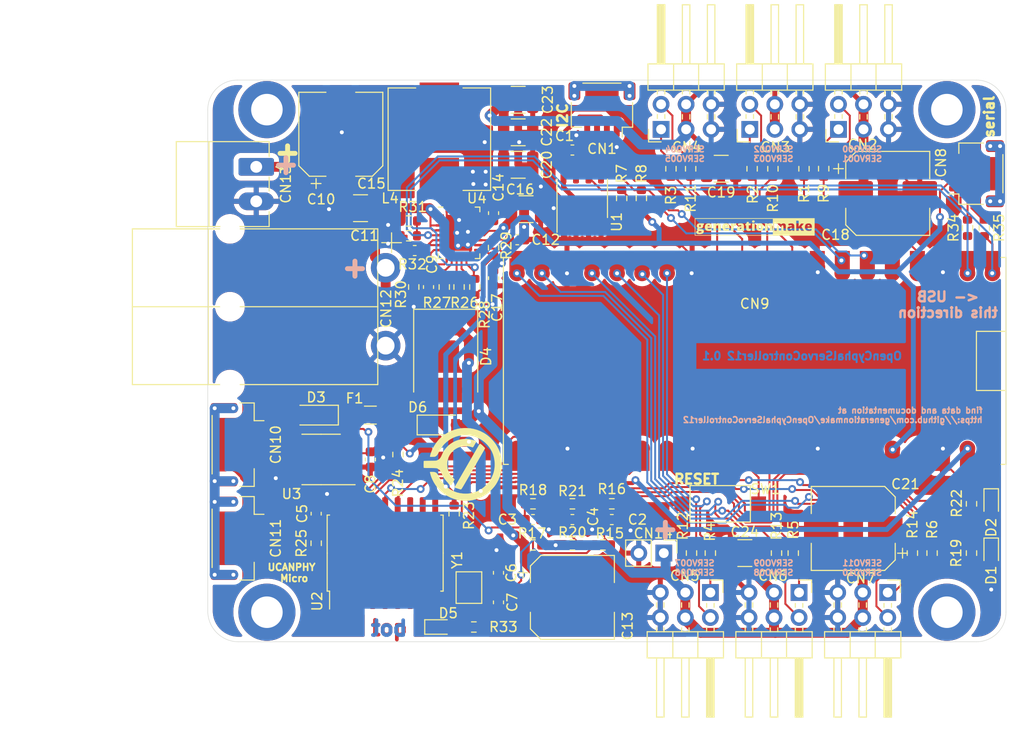
<source format=kicad_pcb>
(kicad_pcb (version 20211014) (generator pcbnew)
  (title_block (title "OpenCyphalServoController12") (date "2023-03-27") (rev "0.1") (company "generationmake"))
  (layers (0 "F.Cu" signal) (31 "B.Cu" signal) (34 "B.Paste" user) (35 "F.Paste" user) (36 "B.SilkS" user "B.Silkscreen") (37 "F.SilkS" user "F.Silkscreen") (38 "B.Mask" user) (39 "F.Mask" user) (44 "Edge.Cuts" user))
  (net 0 "")
  (net 1 "+3V3")
  (net 2 "GND")
  (net 3 "MCP2515_CS")
  (net 4 "MCP2515_INT")
  (net 5 "MOSI")
  (net 6 "SCK")
  (net 7 "MISO")
  (net 8 "/MCP2515/TXCAN")
  (net 9 "/MCP2515/RXCAN")
  (net 10 "/MCP2515/CANH")
  (net 11 "/MCP2515/CANL")
  (net 12 "/MEAS_CANVCC")
  (net 13 "+BATT")
  (net 14 "/LED2")
  (net 15 "/LED3")
  (net 16 "/LED3_R")
  (net 17 "/LED2_R")
  (net 18 "/MCP2515/MCP2515_OSC2")
  (net 19 "/MCP2515/MCP2515_OSC1")
  (net 20 "/MCP2515/MCP2515_RESET")
  (net 21 "/MCP2515/MCP2515_SOF")
  (net 22 "/MCP2515/MCP2515_TX0RTS")
  (net 23 "/MCP2515/MCP2515_TX1RTS")
  (net 24 "/MCP2515/MCP2515_TX2RTS")
  (net 25 "/MCP2515/MCP2515_RX1BUF")
  (net 26 "/MCP2515/MCP2515_RX0BUF")
  (net 27 "/SER_TX")
  (net 28 "/SER_RX")
  (net 29 "/I2C_SDA")
  (net 30 "/I2C_SCL")
  (net 31 "/MEAS_BATT")
  (net 32 "/RESET")
  (net 37 "/MEAS_5V")
  (net 38 "/Power/SS")
  (net 39 "/Power/AVCC")
  (net 40 "/Power/PVCC")
  (net 41 "/Power/BOOT")
  (net 42 "/Power/PHASE")
  (net 43 "VCC")
  (net 44 "/SERVO01_R")
  (net 45 "/SERVO00_R")
  (net 46 "/SERVO03_R")
  (net 47 "/SERVO02_R")
  (net 48 "/SERVO05_R")
  (net 49 "/SERVO04_R")
  (net 50 "/SERVO07_R")
  (net 51 "/SERVO06_R")
  (net 52 "/SERVO09_R")
  (net 53 "/SERVO08_R")
  (net 54 "/SERVO11_R")
  (net 55 "/SERVO10_R")
  (net 56 "/SERVO00")
  (net 57 "/SERVO01")
  (net 58 "/SERVO02")
  (net 59 "/SERVO03")
  (net 60 "/SERVO04")
  (net 61 "/SERVO05")
  (net 62 "/SERVO06")
  (net 63 "/SERVO07")
  (net 64 "/SERVO08")
  (net 65 "/SERVO09")
  (net 66 "/SERVO10")
  (net 67 "/SERVO11")
  (net 70 "+5V")
  (net 72 "CANVCC")
  (net 73 "Net-(D3-Pad1)")
  (net 74 "Net-(D5-Pad2)")
  (net 75 "/Power/FB")
  (net 76 "VCC_EN")
  (net 77 "/Power/SET")
  (net 78 "VCC_PG")
  (net 80 "/MP1")
  (net 81 "/MP2")
  (net 82 "/MCP2515/MP3")
  (footprint "MECH_mounting_holes:MHP_3.2_5.8" (layer "F.Cu") (at 67 56)
    (fp_text reference "MECH1" hide)
    (fp_text value "MHP_3.2_5.8" hide)
  )
  (footprint "MECH_mounting_holes:MHP_3.2_5.8" (layer "F.Cu") (at 136 56)
    (fp_text reference "MECH2" hide)
    (fp_text value "MHP_3.2_5.8")
  )
  (footprint "MECH_mounting_holes:MHP_3.2_5.8" (layer "F.Cu") (at 67 107)
    (fp_text reference "MECH3" hide)
    (fp_text value "MHP_3.2_5.8")
  )
  (footprint "MECH_mounting_holes:MHP_3.2_5.8" (layer "F.Cu") (at 136 107)
    (fp_text reference "MECH4" hide)
    (fp_text value "MHP_3.2_5.8")
  )
  (footprint "Resistor_SMD:R_0603_1608Metric" (layer "F.Cu") (at 116.2375 62 90)
    (fp_text reference "R2")
    (fp_text value "100R")
  )
  (footprint "Capacitor_SMD:C_0603_1608Metric" (layer "F.Cu") (at 94 97.6)
    (fp_text reference "C3")
    (fp_text value "100nF")
  )
  (footprint "Capacitor_SMD:C_0603_1608Metric" (layer "F.Cu") (at 98 97.6)
    (fp_text reference "C4")
    (fp_text value "100nF")
  )
  (footprint "Resistor_SMD:R_0603_1608Metric" (layer "F.Cu") (at 121.5 62 90)
    (fp_text reference "R1")
    (fp_text value "100R")
  )
  (footprint "Resistor_SMD:R_0603_1608Metric" (layer "F.Cu") (at 108 62 90)
    (fp_text reference "R3")
    (fp_text value "100R")
  )
  (footprint "Capacitor_SMD:C_0603_1608Metric" (layer "F.Cu") (at 90.5 103 90)
    (fp_text reference "C6")
    (fp_text value "10pF")
  )
  (footprint "Connector_PinHeader_2.54mm:PinHeader_2x03_P2.54mm_Horizontal" (layer "F.Cu") (at 125 58 90)
    (fp_text reference "CN2")
    (fp_text value "CONN_02X03")
  )
  (footprint "Connector_PinHeader_2.54mm:PinHeader_2x03_P2.54mm_Horizontal" (layer "F.Cu") (at 116 58 90)
    (fp_text reference "CN3")
    (fp_text value "CONN_02X03")
  )
  (footprint "Connector_PinHeader_2.54mm:PinHeader_2x03_P2.54mm_Horizontal" (layer "F.Cu") (at 130 105 -90)
    (fp_text reference "CN7")
    (fp_text value "CONN_02X03")
  )
  (footprint "LED_SMD:LED_0603_1608Metric" (layer "F.Cu") (at 140.5 95.9575 -90)
    (fp_text reference "D2")
    (fp_text value "LED yellow")
  )
  (footprint "Package_SO:SOIC-8_3.9x4.9mm_P1.27mm" (layer "F.Cu") (at 72.5 91.5 180)
    (fp_text reference "U3")
    (fp_text value "SN65HVD232")
  )
  (footprint "Resistor_SMD:R_0603_1608Metric" (layer "F.Cu") (at 123.5 61.99 -90)
    (fp_text reference "R9")
    (fp_text value "100R")
  )
  (footprint "Resistor_SMD:R_0603_1608Metric" (layer "F.Cu") (at 118.3475 62 -90)
    (fp_text reference "R10")
    (fp_text value "100R")
  )
  (footprint "Resistor_SMD:R_0603_1608Metric" (layer "F.Cu") (at 110 62 -90)
    (fp_text reference "R11")
    (fp_text value "100R")
  )
  (footprint "Resistor_SMD:R_0603_1608Metric" (layer "F.Cu") (at 110.0875 101 90)
    (fp_text reference "R12")
    (fp_text value "100R")
  )
  (footprint "Connector_PinHeader_2.54mm:PinHeader_2x03_P2.54mm_Horizontal" (layer "F.Cu") (at 107 58 90)
    (fp_text reference "CN4")
    (fp_text value "CONN_02X03")
  )
  (footprint "Connector_PinHeader_2.54mm:PinHeader_2x03_P2.54mm_Horizontal" (layer "F.Cu") (at 121 105 -90)
    (fp_text reference "CN6")
    (fp_text value "CONN_02X03")
  )
  (footprint "LED_SMD:LED_0603_1608Metric" (layer "F.Cu") (at 84.5 108.5)
    (fp_text reference "D5")
    (fp_text value "LED green")
  )
  (footprint "Resistor_SMD:R_0603_1608Metric" (layer "F.Cu") (at 102 96)
    (fp_text reference "R16")
    (fp_text value "100k")
  )
  (footprint "labels:opencyphal_small" (layer "F.Cu") (at 86.9 92)
    (fp_text reference "L3" hide)
    (fp_text value "Label" hide)
  )
  (footprint "crystals:Crystal_SMD_3.2x2.5mm_4Pad" (layer "F.Cu") (at 87.5 104.5 90)
    (fp_text reference "Y1")
    (fp_text value "16MHz")
  )
  (footprint "Connector_PinHeader_2.54mm:PinHeader_2x03_P2.54mm_Horizontal" (layer "F.Cu") (at 112 105 -90)
    (fp_text reference "CN5")
    (fp_text value "CONN_02X03")
  )
  (footprint "Capacitor_SMD:C_0603_1608Metric" (layer "F.Cu") (at 83.4 74 90)
    (fp_text reference "C9")
    (fp_text value "10nF")
  )
  (footprint "Resistor_SMD:R_0603_1608Metric" (layer "F.Cu") (at 118.7125 101 90)
    (fp_text reference "R13")
    (fp_text value "100R")
  )
  (footprint "Resistor_SMD:R_0603_1608Metric" (layer "F.Cu") (at 132.5 101 90)
    (fp_text reference "R14")
    (fp_text value "100R")
  )
  (footprint "Resistor_SMD:R_0603_1608Metric" (layer "F.Cu") (at 101.1 100.175)
    (fp_text reference "R15")
    (fp_text value "100k")
  )
  (footprint "Capacitor_SMD:C_0603_1608Metric" (layer "F.Cu") (at 98 60.1)
    (fp_text reference "C1")
    (fp_text value "100nF")
  )
  (footprint "Capacitor_SMD:C_0603_1608Metric" (layer "F.Cu") (at 102 97.6)
    (fp_text reference "C2")
    (fp_text value "100nF")
  )
  (footprint "Capacitor_SMD:C_0603_1608Metric" (layer "F.Cu") (at 72 97 90)
    (fp_text reference "C5")
    (fp_text value "100nF")
  )
  (footprint "Capacitor_SMD:C_1210_3225Metric" (layer "F.Cu") (at 76.5 66 180)
    (fp_text reference "C10")
    (fp_text value "4.7uF 50V")
  )
  (footprint "Connector_JST:JST_SH_SM04B-SRSS-TB_1x04-1MP_P1.00mm_Horizontal" (layer "F.Cu") (at 139 62.5 90)
    (fp_text reference "CN8")
    (fp_text value "SM04B-SRSS-TB")
  )
  (footprint "Connector_JST:JST_GH_SM04B-GHS-TB_1x04-1MP_P1.25mm_Horizontal" (layer "F.Cu") (at 64 99.5 -90)
    (fp_text reference "CN11")
    (fp_text value "GH_SM04B-GHS-TB")
  )
  (footprint "Resistor_SMD:R_0603_1608Metric" (layer "F.Cu") (at 112 101 -90)
    (fp_text reference "R4")
    (fp_text value "100R")
  )
  (footprint "Resistor_SMD:R_0603_1608Metric" (layer "F.Cu") (at 134.5 101 -90)
    (fp_text reference "R6")
    (fp_text value "100R")
  )
  (footprint "Resistor_SMD:R_0603_1608Metric" (layer "F.Cu") (at 103 65 90)
    (fp_text reference "R7")
    (fp_text value "10k")
  )
  (footprint "Resistor_SMD:R_0603_1608Metric" (layer "F.Cu") (at 94 100.175)
    (fp_text reference "R17")
    (fp_text value "190k")
  )
  (footprint "Resistor_SMD:R_0603_1608Metric" (layer "F.Cu") (at 94 96)
    (fp_text reference "R18")
    (fp_text value "10k")
  )
  (footprint "Resistor_SMD:R_0603_1608Metric" (layer "F.Cu") (at 138.5 101 -90)
    (fp_text reference "R19")
    (fp_text value "3k3")
  )
  (footprint "Resistor_SMD:R_0603_1608Metric" (layer "F.Cu") (at 98 100.175)
    (fp_text reference "R20")
    (fp_text value "100k")
  )
  (footprint "Resistor_SMD:R_0603_1608Metric" (layer "F.Cu") (at 98 96)
    (fp_text reference "R21")
    (fp_text value "100k")
  )
  (footprint "Resistor_SMD:R_0603_1608Metric" (layer "F.Cu") (at 138.5 96 -90)
    (fp_text reference "R22")
    (fp_text value "3k3")
  )
  (footprint "Resistor_SMD:R_0603_1608Metric" (layer "F.Cu") (at 86 97 -90)
    (fp_text reference "R23")
    (fp_text value "10k")
  )
  (footprint "Resistor_SMD:R_0603_1608Metric" (layer "F.Cu") (at 80.3 91 -90)
    (fp_text reference "R24")
    (fp_text value "10k")
  )
  (footprint "Resistor_SMD:R_0603_1608Metric" (layer "F.Cu") (at 72 100 -90)
    (fp_text reference "R25")
    (fp_text value "10k")
  )
  (footprint "Button_Switch_SMD:SW_SPST_CK_RS282G05A3" (layer "F.Cu") (at 113 96 180)
    (fp_text reference "SW1")
    (fp_text value "SPST")
  )
  (footprint "Resistor_SMD:R_0603_1608Metric" (layer "F.Cu") (at 105 65 90)
    (fp_text reference "R8")
    (fp_text value "10k")
  )
  (footprint "Capacitor_SMD:C_0603_1608Metric" (layer "F.Cu") (at 90.5 106 -90)
    (fp_text reference "C7")
    (fp_text value "10pF")
  )
  (footprint "labels:generationmake_small_silk" (layer "F.Cu") (at 116.48095 70.53645)
    (fp_text reference "L1" hide)
    (fp_text value "Label" hide)
  )
  (footprint "Resistor_SMD:R_0603_1608Metric" (layer "F.Cu") (at 120.4125 101 -90)
    (fp_text reference "R5")
    (fp_text value "100R")
  )
  (footprint "Connector_JST:JST_SH_SM04B-SRSS-TB_1x04-1MP_P1.00mm_Horizontal" (layer "F.Cu") (at 101 56 180)
    (fp_text reference "CN1")
    (fp_text value "SM04B-SRSS-TB")
  )
  (footprint "Capacitor_SMD:C_0603_1608Metric" (layer "F.Cu") (at 77.5 91.5 -90)
    (fp_text reference "C8")
    (fp_text value "100nF")
  )
  (footprint "Diode_SMD:D_SMC" (layer "F.Cu") (at 85.14322 81.05876 -90)
    (fp_text reference "D4")
    (fp_text value "SMCJ40A")
  )
  (footprint "Capacitor_SMD:CP_Elec_8x10" (layer "F.Cu") (at 74.5 58.5 90)
    (fp_text reference "C15")
    (fp_text value "100 uF / 50 V")
  )
  (footprint "Resistor_SMD:R_0603_1608Metric" (layer "F.Cu") (at 81.9 74 -90)
    (fp_text reference "R30")
    (fp_text value "30k")
  )
  (footprint "Package_SO:SOIC-8_3.9x4.9mm_P1.27mm" (layer "F.Cu") (at 99 65 90)
    (fp_text reference "U1")
    (fp_text value "24LC64")
  )
  (footprint "Inductor_SMD:L_Wuerth_HCI-1050" (layer "F.Cu") (at 84.5 59 90)
    (fp_text reference "L4")
    (fp_text value "7443251000 (10 uH)")
  )
  (footprint "generationmake:POWERPOLE_hor_2" (layer "F.Cu") (at 79.05 76 -90)
    (fp_text reference "CN12")
    (fp_text value "Powerpole_2")
  )
  (footprint "Connector_Phoenix_MC:PhoenixContact_MC_1,5_2-G-3.5_1x02_P3.50mm_Horizontal" (layer "F.Cu") (at 65.9175 61.805 -90)
    (fp_text reference "CN13")
    (fp_text value "DNI")
  )
  (footprint "Resistor_SMD:R_0603_1608Metric" (layer "F.Cu") (at 88 108.5 180)
    (fp_text reference "R33")
    (fp_text value "2k2")
  )
  (footprint "Capacitor_SMD:C_1210_3225Metric" (layer "F.Cu") (at 113.1 62)
    (fp_text reference "C19")
    (fp_text value "47uF 10V")
  )
  (footprint "Capacitor_SMD:C_0603_1608Metric" (layer "F.Cu") (at 90 73.1 -90)
    (fp_text reference "C17")
    (fp_text value "100 nF")
  )
  (footprint "Capacitor_SMD:C_1210_3225Metric" (layer "F.Cu") (at 92.5 55)
    (fp_text reference "C23")
    (fp_text value "47uF 10V")
  )
  (footprint "Connector_JST:JST_GH_SM04B-GHS-TB_1x04-1MP_P1.25mm_Horizontal" (layer "F.Cu") (at 64 90 -90)
    (fp_text reference "CN10")
    (fp_text value "GH_SM04B-GHS-TB")
  )
  (footprint "Fuse:Fuse_1206_3216Metric" (layer "F.Cu") (at 77.5 87 180)
    (fp_text reference "F1")
    (fp_text value "nanoSMDC050F")
  )
  (footprint "Capacitor_SMD:C_0603_1608Metric" (layer "F.Cu") (at 92.4 69.2 180)
    (fp_text reference "C12")
    (fp_text value "2.2 uF")
  )
  (footprint "Capacitor_SMD:C_1210_3225Metric" (layer "F.Cu") (at 93.3 66.1)
    (fp_text reference "C16")
    (fp_text value "4.7uF 50V")
  )
  (footprint "Resistor_SMD:R_0603_1608Metric" (layer "F.Cu") (at 81.4 68.8 180)
    (fp_text reference "R32")
    (fp_text value "20k")
  )
  (footprint "Resistor_SMD:R_0603_1608Metric" (layer "F.Cu") (at 138.1 68 90)
    (fp_text reference "R34")
    (fp_text value "100R")
  )
  (footprint "Capacitor_SMD:C_0603_1608Metric" (layer "F.Cu") (at 90 66.5 90)
    (fp_text reference "C14")
    (fp_text value "100 nF")
  )
  (footprint "Resistor_SMD:R_0603_1608Metric" (layer "F.Cu") (at 85 74 -90)
    (fp_text reference "R27")
    (fp_text value "20k")
  )
  (footprint "Package_DFN_QFN:QFN-28-1EP_4x5mm_P0.5mm_EP2.65x3.65mm" (layer "F.Cu") (at 86.5 68.5)
    (fp_text reference "U4")
    (fp_text value "RAA211650")
  )
  (footprint "Capacitor_SMD:C_1210_3225Metric" (layer "F.Cu") (at 92.5 61.6)
    (fp_text reference "C20")
    (fp_text value "47uF 10V")
  )
  (footprint "Capacitor_SMD:CP_Elec_8x10" (layer "F.Cu") (at 98 105.5)
    (fp_text reference "C13")
    (fp_text value "100 uF / 50 V")
  )
  (footprint "Resistor_SMD:R_0603_1608Metric" (layer "F.Cu") (at 90 70 -90)
    (fp_text reference "R29")
    (fp_text value "1R")
  )
  (footprint "LED_SMD:LED_0603_1608Metric" (layer "F.Cu") (at 140.5 100.9575 -90)
    (fp_text reference "D1")
    (fp_text value "LED red")
  )
  (footprint "Capacitor_SMD:CP_Elec_8x10" (layer "F.Cu") (at 130 64.5)
    (fp_text reference "C18")
    (fp_text value "1000 uF / 10 V")
  )
  (footprint "Resistor_SMD:R_0603_1608Metric" (layer "F.Cu") (at 86.5 74 90)
    (fp_text reference "R26")
    (fp_text value "120k")
  )
  (footprint "Package_SO:SOIC-18W_7.5x11.6mm_P1.27mm" (layer "F.Cu") (at 79 101 90)
    (fp_text reference "U2")
    (fp_text value "MCP2515")
  )
  (footprint "Resistor_SMD:R_0603_1608Metric" (layer "F.Cu") (at 88.1 74 90)
    (fp_text reference "R28")
    (fp_text value "10k")
  )
  (footprint "Resistor_SMD:R_0603_1608Metric" (layer "F.Cu") (at 81.4 67.3)
    (fp_text reference "R31")
    (fp_text value "120k")
  )
  (footprint "Resistor_SMD:R_0603_1608Metric" (layer "F.Cu") (at 139.8 68 90)
    (fp_text reference "R35")
    (fp_text value "100R")
  )
  (footprint "Diode_SMD:D_SOD-123" (layer "F.Cu") (at 72 87 180)
    (fp_text reference "D3")
    (fp_text value "MBR0530T1G")
  )
  (footprint "Capacitor_SMD:C_1210_3225Metric" (layer "F.Cu") (at 92.5 58.3)
    (fp_text reference "C22")
    (fp_text value "47uF 10V")
  )
  (footprint "Connector_PinHeader_2.54mm:PinHeader_1x02_P2.54mm_Vertical" (layer "F.Cu") (at 107.275 101 -90)
    (fp_text reference "CN14")
    (fp_text value "DNI")
  )
  (footprint "Capacitor_SMD:C_1210_3225Metric" (layer "F.Cu") (at 115.5 101 180)
    (fp_text reference "C24")
    (fp_text value "47uF 10V")
  )
  (footprint "Diode_SMD:D_SOD-123" (layer "F.Cu") (at 84.5 88)
    (fp_text reference "D6")
    (fp_text value "MBR0530T1G")
  )
  (footprint "generationmake:RASPI_PICO_SOLDER_Kopie" (layer "F.Cu") (at 116.5 81.5 -90)
    (fp_text reference "CN9")
    (fp_text value "RASPBERRYPI_PICO")
  )
  (footprint "Capacitor_SMD:CP_Elec_8x10" (layer "F.Cu") (at 126.5 98.5 180)
    (fp_text reference "C21")
    (fp_text value "1000 uF / 10 V")
  )
  (footprint "Capacitor_SMD:C_0603_1608Metric" (layer "F.Cu") (at 82 70.3)
    (fp_text reference "C11")
    (fp_text value "1 uF")
  )
  (footprint "labels:generationmake_small_solder" (layer "B.Cu") (at 121.11905 80.43645 180)
    (fp_text reference "L2" hide)
    (fp_text value "Label" hide)
  )
  (gr_line (start 139 110) (end 64.12132 110) (layer "Edge.Cuts") (width 0.05))
  (gr_line (start 61 56) (end 61 107) (layer "Edge.Cuts") (width 0.05))
  (gr_line (start 142 56) (end 142 107) (layer "Edge.Cuts") (width 0.05))
  (gr_line (start 139 53) (end 64 53) (layer "Edge.Cuts") (width 0.05))
  (gr_arc (start 139 53) (mid 141.12132 53.87868) (end 142 56) (layer "Edge.Cuts") (width 0.05))
  (gr_arc (start 61 56) (mid 61.87868 53.87868) (end 64 53) (layer "Edge.Cuts") (width 0.05))
  (gr_arc (start 142 107) (mid 141.12132 109.12132) (end 139 110) (layer "Edge.Cuts") (width 0.05))
  (gr_arc (start 64.12132 110) (mid 61.95666 109.128412) (end 61 107) (layer "Edge.Cuts") (width 0.05))
  (gr_text "top" (at 79.4 108.6) (layer "F.Cu") (effects (font (size 1.5 1.5) (thickness 0.375))))
  (gr_text "OpenCyphalServoController12 0.1" (at 121.3 81) (layer "B.Cu") (effects (font (size 0.8 0.8) (thickness 0.2)) (justify mirror)))
  (gr_text "bot" (at 79.4 108.63645) (layer "B.Cu") (effects (font (size 1.5 1.5) (thickness 0.375)) (justify mirror)))
  (gr_text "<- USB\nthis direction" (at 136.1 75.8) (layer "B.SilkS") (effects (font (size 1 1) (thickness 0.25)) (justify mirror)))
  (gr_text "+" (at 109 98.5) (layer "B.SilkS") (effects (font (size 2 2) (thickness 0.5)) (justify left mirror)))
  (gr_text "SERVO07\nSERVO06" (at 112.5 102.5) (layer "B.SilkS") (effects (font (size 0.6 0.6)) (justify left mirror)))
  (gr_text "SERVO00\nSERVO01" (at 129.5 60.5) (layer "B.SilkS") (effects (font (size 0.6 0.6)) (justify left mirror)))
  (gr_text "SERVO11\nSERVO10" (at 129.5 102.5) (layer "B.SilkS") (effects (font (size 0.6 0.6)) (justify left mirror)))
  (gr_text "find data and documentation at\nhttps://github.com/generationmake/OpenCyphalServoController12" (at 139.7 87) (layer "B.SilkS") (effects (font (size 0.6 0.6)) (justify left mirror)))
  (gr_text "+" (at 70.5 61.5) (layer "B.SilkS") (effects (font (size 2 2) (thickness 0.5)) (justify left mirror)))
  (gr_text "SERVO02\nSERVO03" (at 120.5 60.5) (layer "B.SilkS") (effects (font (size 0.6 0.6)) (justify left mirror)))
  (gr_text "SERVO04\nSERVO05" (at 111.5 60.5) (layer "B.SilkS") (effects (font (size 0.6 0.6)) (justify left mirror)))
  (gr_text "+" (at 77.5 72) (layer "B.SilkS") (effects (font (size 2 2) (thickness 0.5)) (justify left mirror)))
  (gr_text "SERVO09\nSERVO08" (at 120.5 102.5) (layer "B.SilkS") (effects (font (size 0.6 0.6)) (justify left mirror)))
  (gr_text "UCANPHY\n Micro" (at 69.5 103) (layer "F.SilkS") (effects (font (size 0.7 0.7) (thickness 0.175))))
  (gr_text "+" (at 69.1 60.3) (layer "F.SilkS") (effects (font (size 2 2) (thickness 0.5))))
  (gr_text "I2C" (at 97 56.6 90) (layer "F.SilkS") (effects (font (size 1 1) (thickness 0.25))))
  (gr_text "RESET" (at 110.6 93.5) (layer "F.SilkS") (effects (font (size 1 1) (thickness 0.25))))
  (gr_text "serial" (at 140.3 56.7 90) (layer "F.SilkS") (effects (font (size 1 1) (thickness 0.25))))
  (segment (start 97.095 62.525) (end 97.095 63.895) (width 0.5) (layer "F.Cu") (net 1))
  (segment (start 105 65.825) (end 103 65.825) (width 0.5) (layer "F.Cu") (net 1))
  (segment (start 78.05 90.175) (end 77.5 90.725) (width 0.2) (layer "F.Cu") (net 1))
  (segment (start 105 66.3) (end 106.1 67.4) (width 0.5) (layer "F.Cu") (net 1))
  (segment (start 80.3 90.175) (end 80.775 90.175) (width 0.2) (layer "F.Cu") (net 1))
  (segment (start 77.25 94.55) (end 76.484314 94.55) (width 0.2) (layer "F.Cu") (net 1))
  (segment (start 100.873528 56.75) (end 98.75 56.75) (width 0.5) (layer "F.Cu") (net 1))
  (segment (start 97.5 59.725) (end 97.225 60) (width 0.2) (layer "F.Cu") (net 1))
  (segment (start 98.45 57.05) (end 97.5 58) (width 0.2) (layer "F.Cu") (net 1))
  (segment (start 76.484314 94.55) (end 76.134314 94.9) (width 0.2) (layer "F.Cu") (net 1))
  (segment (start 137 63) (end 136.588604 63) (width 0.2) (layer "F.Cu") (net 1))
  (segment (start 80.775 90.175) (end 81.5 90.9) (width 0.2) (layer "F.Cu") (net 1))
  (segment (start 98.75 56.75) (end 98.45 57.05) (width 0.5) (layer "F.Cu") (net 1))
  (segment (start 79.5 90.975) (end 79.5 92.3) (width 0.2) (layer "F.Cu") (net 1))
  (segment (start 130.47 90.47) (end 130.5 90.5) (width 0.2) (layer "F.Cu") (net 1))
  (segment (start 80.3 90.175) (end 79.5 90.975) (width 0.2) (layer "F.Cu") (net 1))
  (segment (start 101.5 57.376472) (end 100.873528 56.75) (width 0.5) (layer "F.Cu") (net 1))
  (segment (start 76.134314 94.9) (end 74.1 94.9) (width 0.2) (layer "F.Cu") (net 1))
  (segment (start 97.5 58) (end 97.5 59.725) (width 0.2) (layer "F.Cu") (net 1))
  (segment (start 86 96.175) (end 86 95.1) (width 0.5) (layer "F.Cu") (net 1))
  (segment (start 77.36 90.865) (end 77.5 90.725) (width 0.2) (layer "F.Cu") (net 1))
  (segment (start 105 65.825) (end 105 66.3) (width 0.5) (layer "F.Cu") (net 1))
  (segment (start 72 99.175) (end 72 99.1) (width 0.2) (layer "F.Cu") (net 1))
  (segment (start 101.5 58) (end 101.5 57.376472) (width 0.5) (layer "F.Cu") (net 1))
  (segment (start 74.1 94.9) (end 73.92 95.08) (width 0.2) (layer "F.Cu") (net 1))
  (segment (start 99.025 65.825) (end 103 65.825) (width 0.5) (layer "F.Cu") (net 1))
  (segment (start 73.92 98.08) (end 73.6 98.4) (width 0.2) (layer "F.Cu") (net 1))
  (segment (start 86 95.1) (end 85.15 94.25) (width 0.5) (layer "F.Cu") (net 1))
  (segment (start 136.588604 63) (end 135.3 64.288604) (width 0.2) (layer "F.Cu") (net 1))
  (segment (start 74.975 90.865) (end 77.36 90.865) (width 0.2) (layer "F.Cu") (net 1))
  (segment (start 72.7 98.4) (end 72.625 98.4) (width 0.2) (layer "F.Cu") (net 1))
  (segment (start 73.92 96.35) (end 73.92 98.08) (width 0.2) (layer "F.Cu") (net 1))
  (segment (start 72 99.1) (end 72.7 98.4) (width 0.2) (layer "F.Cu") (net 1))
  (segment (start 97.225 58.275) (end 98.75 56.75) (width 0.5) (layer "F.Cu") (net 1))
  (segment (start 79.5 92.3) (end 77.25 94.55) (width 0.2) (layer "F.Cu") (net 1))
  (segment (start 97.225 62.395) (end 97.095 62.525) (width 0.5) (layer "F.Cu") (net 1))
  (segment (start 80.3 90.175) (end 78.05 90.175) (width 0.2) (layer "F.Cu") (net 1))
  (segment (start 135.3 64.288604) (end 135.3 65.4) (width 0.2) (layer "F.Cu") (net 1))
  (segment (start 97.095 63.895) (end 99.025 65.825) (width 0.5) (layer "F.Cu") (net 1))
  (segment (start 73.6 98.4) (end 72.7 98.4) (width 0.2) (layer "F.Cu") (net 1))
  (segment (start 72.625 98.4) (end 72 97.775) (width 0.2) (layer "F.Cu") (net 1))
  (segment (start 73.92 95.08) (end 73.92 96.35) (width 0.2) (layer "F.Cu") (net 1))
  (segment (start 135.3 65.4) (end 135.3 66.9) (width 0.2) (layer "F.Cu") (net 1))
  (segment (start 130.47 90.39) (end 130.47 90.47) (width 0.2) (layer "F.Cu") (net 1))
  (segment (start 97.225 60) (end 97.225 58.275) (width 0.5) (layer "F.Cu") (net 1))
  (segment (start 97.225 60) (end 97.225 62.395) (width 0.5) (layer "F.Cu") (net 1))
  (via (at 130.5 90.5) (size 0.8) (drill 0.4) (layers "F.Cu" "B.Cu") (net 1))
  (via (at 81.5 90.9) (size 0.8) (drill 0.4) (layers "F.Cu" "B.Cu") (net 1))
  (via (at 85.15 94.25) (size 0.8) (drill 0.4) (layers "F.Cu" "B.Cu") (net 1))
  (via (at 106.1 67.4) (size 0.8) (drill 0.4) (layers "F.Cu" "B.Cu") (net 1))
  (via (at 135.3 66.9) (size 0.8) (drill 0.4) (layers "F.Cu" "B.Cu") (net 1))
  (segment (start 125 72.45) (end 131 72.45) (width 0.5) (layer "B.Cu") (net 1))
  (segment (start 132.6 88.4) (end 130.5 90.5) (width 0.5) (layer "B.Cu") (net 1))
  (segment (start 85.15 90.05) (end 82.35 90.05) (width 0.5) (layer "B.Cu") (net 1))
  (segment (start 85.15 90.05) (end 85.15 80.85) (width 0.5) (layer "B.Cu") (net 1))
  (segment (start 132.55 74) (end 132.6 74) (width 0.5) (layer "B.Cu") (net 1))
  (segment (start 106.8 69.55) (end 106.8 68.1) (width 0.5) (layer "B.Cu") (net 1))
  (segment (start 91.95 68.6) (end 91.95 67.706497) (width 0.5) (layer "B.Cu") (net 1))
  (segment (start 106.8 68.1) (end 106.1 67.4) (width 0.5) (layer "B.Cu") (net 1))
  (segment (start 131 72.45) (end 135.3 68.15) (width 0.5) (layer "B.Cu") (net 1))
  (segment (start 94.05 67.506497) (end 94.05 67.55) (width 0.5) (layer "B.Cu") (net 1))
  (segment (start 91.95 67.706497) (end 92.706497 66.95) (width 0.5) (layer "B.Cu") (net 1))
  (segment (start 88.95 71.6) (end 91.95 68.6) (width 0.5) (layer "B.Cu") (net 1))
  (segment (start 88.95 75) (end 88.95 71.6) (width 0.5) (layer "B.Cu") (net 1))
  (segment (start 106.8 69.55) (end 122.1 69.55) (width 0.5) (layer "B.Cu") (net 1))
  (segment (start 122.1 69.55) (end 125 72.45) (width 0.5) (layer "B.Cu") (net 1))
  (segment (start 96.05 69.55) (end 106.8 69.55) (width 0.5) (layer "B.Cu") (net 1))
  (segment (start 82.35 90.05) (end 81.5 90.9) (width 0.5) (layer "B.Cu") (net 1))
  (segment (start 131 72.45) (end 132.55 74) (width 0.5) (layer "B.Cu") (net 1))
  (segment (start 85.15 94.25) (end 85.15 90.05) (width 0.5) (layer "B.Cu") (net 1))
  (segment (start 93.493503 66.95) (end 94.05 67.506497) (width 0.5) (layer "B.Cu") (net 1))
  (segment (start 85.15 80.85) (end 88.925 77.075) (width 0.5) (layer "B.Cu") (net 1))
  (segment (start 92.706497 66.95) (end 93.493503 66.95) (width 0.5) (layer "B.Cu") (net 1))
  (segment (start 135.3 68.15) (end 135.3 66.9) (width 0.5) (layer "B.Cu") (net 1))
  (segment (start 94.05 67.55) (end 96.05 69.55) (width 0.5) (layer "B.Cu") (net 1))
  (segment (start 132.6 74) (end 132.6 88.4) (width 0.5) (layer "B.Cu") (net 1))
  (segment (start 88.9 75.05) (end 88.95 75) (width 0.5) (layer "B.Cu") (net 1))
  (segment (start 88.925 77.075) (end 88.9 77.05) (width 0.5) (layer "B.Cu") (net 1))
  (segment (start 88.9 77.05) (end 88.9 75.05) (width 0.5) (layer "B.Cu") (net 1))
  (segment (start 124.92 107.54) (end 124.92 105) (width 0.2) (layer "F.Cu") (net 2))
  (segment (start 68.3 93.6) (end 69.83 93.6) (width 0.2) (layer "F.Cu") (net 2))
  (segment (start 97.45 69.05) (end 97.5 69) (width 0.2) (layer "F.Cu") (net 2))
  (segment (start 74.095 94.005) (end 76.795 94.005) (width 0.2) (layer "F.Cu") (net 2))
  (segment (start 101.8 56.1) (end 96.4 56.1) (width 0.2) (layer "F.Cu") (net 2))
  (segment (start 69.83 93.6) (end 70.025 93.405) (width 0.2) (layer "F.Cu") (net 2))
  (segment (start 88.4 103.35) (end 89.375 103.35) (width 0.2) (layer "F.Cu") (net 2))
  (segment (start 101.25 105.5) (end 101.75 105) (width 0.2) (layer "F.Cu") (net 2))
  (segment (start 98.5 69) (end 97.5 69) (width 0.2) (layer "F.Cu") (net 2))
  (segment (start 99 97.6) (end 100 98.6) (width 0.2) (layer "F.Cu") (net 2))
  (segment (start 91.5 105.8) (end 91.5 103.225) (width 0.2) (layer "F.Cu") (net 2))
  (segment (start 73.1 95) (end 74.095 94.005) (width 0.2) (layer "F.Cu") (net 2))
  (segment (start 81.175 68.8) (end 81.175 70.25) (width 0.2) (layer "F.Cu") (net 2))
  (segment (start 77.5 92.275) (end 77.825 92.275) (width 0.2) (layer "F.Cu") (net 2))
  (segment (start 88.45 67.25) (end 87.75 67.25) (width 0.2) (layer "F.Cu") (net 2))
  (segment (start 101 69) (end 99.9 69) (width 0.2) (layer "F.Cu") (net 2))
  (segment (start 136.85 92.96) (end 138.29 92.96) (width 0.2) (layer "F.Cu") (net 2))
  (segment (start 100.905 68.905) (end 101 69) (width 0.2) (layer "F.Cu") (net 2))
  (segment (start 100.905 67.475) (end 100.905 68.905) (width 0.2) (layer "F.Cu") (net 2))
  (segment (start 94.825 97.55) (end 94.775 97.6) (width 0.2) (layer "F.Cu") (net 2))
  (segment (start 94.775 97.775) (end 95.6 98.6) (width 0.2) (layer "F.Cu") (net 2))
  (segment (start 89.375 103.35) (end 90.5 102.225) (width 0.2) (layer "F.Cu") (net 2))
  (segment (start 130.08 61.33) (end 133.25 64.5) (width 0.2) (layer "F.Cu") (net 2))
  (segment (start 124.92 105) (end 124.92 100.17) (width 0.2) (layer "F.Cu") (net 2))
  (segment (start 86.6 105.65) (end 84.08 105.65) (width 0.2) (layer "F.Cu") (net 2))
  (segment (start 99.635 68.735) (end 99.9 69) (width 0.2) (layer "F.Cu") (net 2))
  (segment (start 94.775 97.6) (end 94.775 97.775) (width 0.2) (layer "F.Cu") (net 2))
  (segment (start 70.025 93.405) (end 67.905 93.405) (width 0.2) (layer "F.Cu") (net 2))
  (segment (start 72 96.225) (end 72 96.1) (width 0.2) (layer "F.Cu") (net 2))
  (segment (start 85.25 66.05) (end 85.25 67.25) (width 0.2) (layer "F.Cu") (net 2))
  (segment (start 102.5 58) (end 102.5 56.8) (width 0.2) (layer "F.Cu") (net 2))
  (segment (start 87.75 67.25) (end 86.5 68.5) (width 0.2) (layer "F.Cu") (net 2))
  (segment (start 134.6 67.9) (end 133.25 66.55) (width 0.2) (layer "F.Cu") (net 2))
  (segment (start 76.795 94.005) (end 77.5 93.3) (width 0.2) (layer "F.Cu") (net 2))
  (segment (start 69.2 94.23) (end 70.025 93.405) (width 0.2) (layer "F.Cu") (net 2))
  (segment (start 83.45 74.825) (end 83.4 74.775) (width 0.2) (layer "F.Cu") (net 2))
  (segment (start 112.08 55.46) (end 112.08 58) (width 0.2) (layer "F.Cu") (net 2))
  (segment (start 137 66.6) (end 137 64) (width 0.2) (layer "F.Cu") (net 2))
  (segment (start 115.92 107.54) (end 115.92 105) (width 0.2) (layer "F.Cu") (net 2))
  (segment (start 121.08 55.46) (end 121.08 58) (width 0.2) (layer "F.Cu") (net 2))
  (segment (start 90.525 106.775) (end 91.5 105.8) (width 0.2) (layer "F.Cu") (net 2))
  (segment (start 93.975 61.6) (end 93.975 65.3) (width 0.2) (layer "F.Cu") (net 2))
  (segment (start 91.5 103.225) (end 90.5 102.225) (width 0.2) (layer "F.Cu") (net 2))
  (segment (start 99.635 67.475) (end 99.635 68.735) (width 0.2) (layer "F.Cu") (net 2))
  (segment (start 80.7 70.3) (end 80.1 69.7) (width 0.2) (layer "F.Cu") (net 2))
  (segment (start 87.25 67.75) (end 86.5 68.5) (width 0.2) (layer "F.Cu") (net 2))
  (segment (start 65.85 91.875) (end 66.575 91.875) (width 0.2) (layer "F.Cu") (net 2))
  (segment (start 138.29 92.96) (end 140.5 95.17) (width 0.2) (layer "F.Cu") (net 2))
  (segment (start 69.2 99.9) (end 69.2 94.23) (width 0.2) (layer "F.Cu") (net 2))
  (segment (start 88.45 67.75) (end 87.25 67.75) (width 0.2) (layer "F.Cu") (net 2))
  (segment (start 110.15 70.85) (end 108.3 69) (width 0.2) (layer "F.Cu") (net 2))
  (segment (start 110.15 71.34) (end 110.15 70.85) (width 0.2) (layer "F.Cu") (net 2))
  (segment (start 114.025 103.105) (end 115.92 105) (width 0.5) (layer "F.Cu") (net 2))
  (segment (start 101.75 105) (end 106.92 105) (width 0.2) (layer "F.Cu") (net 2))
  (segment (start 141.275 103.925) (end 140.5 104.7) (width 0.2) (layer "F.Cu") (net 2))
  (segment (start 102.5 56.8) (end 101.8 56.1) (width 0.2) (layer "F.Cu") (net 2))
  (segment (start 98.365 67.475) (end 98.365 68.865) (width 0.2) (layer "F.Cu") (net 2))
  (segment (start 81.175 68.8) (end 80.575 68.8) (width 0.2) (layer "F.Cu") (net 2))
  (segment (start 90.5 100.9) (end 90.3 100.7) (width 0.2) (layer "F.Cu") (net 2))
  (segment (start 85.25 67.25) (end 86.5 68.5) (width 0.2) (layer "F.Cu") (net 2))
  (segment (start 93.975 65.3) (end 94.775 66.1) (width 0.2) (layer "F.Cu") (net 2))
  (segment (start 102.775 97.6) (end 102.8 97.6) (width 0.2) (layer "F.Cu") (net 2))
  (segment (start 77.825 92.275) (end 78.8 91.3) (width 0.2) (layer "F.Cu") (net 2))
  (segment (start 95.3 69) (end 93.375 69) (width 0.2) (layer "F.Cu") (net 2))
  (segment (start 102.8 97.6) (end 103.9 98.7) (width 0.2) (layer "F.Cu") (net 2))
  (segment (start 108.3 69) (end 101 69) (width 0.2) (layer "F.Cu") (net 2))
  (segment (start 94.775 68.475) (end 95.3 69) (width 0.2) (layer "F.Cu") (net 2))
  (segment (start 81.175 70.25) (end 81.225 70.3) (width 0.2) (layer "F.Cu") (net 2))
  (segment (start 95.375 56.4) (end 93.975 55) (width 0.2) (layer "F.Cu") (net 2))
  (segment (start 67.725 101.375) (end 69.2 99.9) (width 0.2) (layer "F.Cu") (net 2))
  (segment (start 97.095 68.595) (end 97.5 69) (width 0.2) (layer "F.Cu") (net 2))
  (segment (start 65.85 101.375) (end 67.725 101.375) (width 0.2) (layer "F.Cu") (net 2))
  (segment (start 141.275 98.175) (end 141.275 95.945) (width 0.2) (layer "F.Cu") (net 2))
  (segment (start 98.775 58.975) (end 98.4 58.6) (width 0.2) (layer "F.Cu") (net 2))
  (segment (start 98.365 62.525) (end 98.365 60.41) (width 0.2) (layer "F.Cu") (net 2))
  (segment (start 80.1 69.7) (end 79.4 69.7) (width 0.2) (layer "F.Cu") (net 2))
  (segment (start 130.08 58) (end 130.08 61.33) (width 0.2) (layer "F.Cu") (net 2))
  (segment (start 86.3 68.5) (end 86.5 68.5) (width 0.2) (layer "F.Cu") (net 2))
  (segment (start 141.275 98.175) (end 141.275 103.925) (width 0.2) (layer "F.Cu") (net 2))
  (segment (start 130.08 55.46) (end 130.08 58) (width 0.2) (layer "F.Cu") (net 2))
  (segment (start 102.825 97.55) (end 102.775 97.6) (width 0.2) (layer "F.Cu") (net 2))
  (segment (start 66.575 91.875) (end 68.3 93.6) (width 0.2) (layer "F.Cu") (net 2))
  (segment (start 84.55 66.75) (end 86.3 68.5) (width 0.2) (layer "F.Cu") (net 2))
  (segment (start 98.365 68.865) (end 98.5 69) (width 0.2) (layer "F.Cu") (net 2))
  (segment (start 124.92 100.17) (end 123.25 98.5) (width 0.2) (layer "F.Cu") (net 2))
  (segment (start 97.5 69) (end 95.3 69) (width 0.2) (layer "F.Cu") (net 2))
  (segment (start 83.55876 84.45876) (end 85.14322 84.45876) (width 0.2) (layer "F.Cu") (net 2))
  (segment (start 72 96.1) (end 73.1 95) (width 0.2) (layer "F.Cu") (net 2))
  (segment (start 114.025 101) (end 114.025 103.105) (width 0.5) (layer "F.Cu") (net 2))
  (segment (start 74.975 92.135) (end 77.36 92.135) (width 0.2) (layer "F.Cu") (net 2))
  (segment (start 81.9 74.825) (end 81.9 76) (width 0.2) (layer "F.Cu") (net 2))
  (segment (start 81.225 70.3) (end 80.7 70.3) (width 0.2) (layer "F.Cu") (net 2))
  (segment (start 135.75 67.85) (end 137 66.6) (width 0.2) (layer "F.Cu") (net 2))
  (segment (start 93.975 58.3) (end 93.975 61.6) (width 0.2) (layer "F.Cu") (net 2))
  (segment (start 135.55 71.34) (end 135.55 68.05) (width 0.2) (layer "F.Cu") (net 2))
  (segment (start 102.825 96) (end 102.825 97.55) (width 0.2) (layer "F.Cu") (net 2))
  (segment (start 98.775 97.6) (end 99 97.6) (width 0.2) (layer "F.Cu") (net 2))
  (segment (start 94.825 96) (end 94.825 97.55) (width 0.2) (layer "F.Cu") (net 2))
  (segment (start 96.4 56.1) (end 96.1 56.4) (width 0.2) (layer "F.Cu") (net 2))
  (segment (start 133.25 66.55) (end 133.25 64.5) (width 0.2) (layer "F.Cu") (net 2))
  (segment (start 140.5 100.17) (end 141.275 99.395) (width 0.2) (layer "F.Cu") (net 2))
  (segment (start 102.5 58) (end 102.5 59.8) (width 0.2) (layer "F.Cu") (net 2))
  (segment (start 83.7125 108.5) (end 83.7125 106.0175) (width 0.2) (layer "F.Cu") (net 2))
  (segment (start 141.275 99.395) (end 141.275 98.175) (width 0.2) (layer "F.Cu") (net 2))
  (segment (start 86.6 105.65) (end 86.6 106) (width 0.2) (layer "F.Cu") (net 2))
  (segment (start 98.825 97.55) (end 98.775 97.6) (width 0.2) (layer "F.Cu") (net 2))
  (segment (start 97.45 72.61) (end 97.45 69.05) (width 0.2) (layer "F.Cu") (net 2))
  (segment (start 87.75 70.95) (end 87.75 70.512348) (width 0.2) (layer "F.Cu") (net 2))
  (segment (start 90.5 102.225) (end 90.5 100.9) (width 0.2) (layer "F.Cu") (net 2))
  (segment (start 93.975 55) (end 93.975 58.3) (width 0.2) (layer "F.Cu") (net 2))
  (segment (start 97.095 67.475) (end 97.095 68.595) (width 0.2) (layer "F.Cu") (net 2))
  (segment (start 106.92 107.54) (end 106.92 105) (width 0.2) (layer "F.Cu") (net 2))
  (segment (start 87.375 106.775) (end 90.5 106.775) (width 0.2) (layer "F.Cu") (net 2))
  (segment (start 135.55 68.05) (end 135.75 67.85) (width 0.2) (layer "F.Cu") (net 2))
  (segment (start 99.9 69) (end 98.5 69) (width 0.2) (layer "F.Cu") (net 2))
  (segment (start 94.775 66.1) (end 94.775 68.475) (width 0.2) (layer "F.Cu") (net 2))
  (segment (start 77.5 93.3) (end 77.5 92.275) (width 0.2) (layer "F.Cu") (net 2))
  (segment (start 81.9 74.825) (end 83.35 74.825) (width 0.2) (layer "F.Cu") (net 2))
  (segment (start 135.55 91.66) (end 136.85 92.96) (width 0.2) (layer "F.Cu") (net 2))
  (segment (start 93.375 69) (end 93.175 69.2) (width 0.2) (layer "F.Cu") (net 2))
  (segment (start 98.775 60) (end 98.775 58.975) (width 0.2) (layer "F.Cu") (net 2))
  (segment (start 79.4 69.7) (end 79.3 69.6) (width 0.2) (layer "F.Cu") (net 2))
  (segment (start 98.365 60.41) (end 98.775 60) (width 0.2) (layer "F.Cu") (net 2))
  (segment (start 67.905 93.405) (end 67.9 93.4) (width 0.2) (layer "F.Cu") (net 2))
  (segment (start 84.55 67.25) (end 85.25 67.25) (width 0.2) (layer "F.Cu") (net 2))
  (segment (start 85 74.825) (end 83.45 74.825) (width 0.2) (layer "F.Cu") (net 2))
  (segment (start 135.7 67.9) (end 134.6 67.9) (width 0.2) (layer "F.Cu") (net 2))
  (segment (start 83.35 74.825) (end 83.4 74.775) (width 0.2) (layer "F.Cu") (net 2))
  (segment (start 87.75 70.512348) (end 87.6125 70.374848) (width 0.2) (layer "F.Cu") (net 2))
  (segment (start 86.6 106) (end 87.375 106.775) (width 0.2) (layer "F.Cu") (net 2))
  (segment (start 98.825 96) (end 98.825 97.55) (width 0.2) (layer "F.Cu") (net 2))
  (segment (start 83.7125 106.0175) (end 84.08 105.65) (width 0.2) (layer "F.Cu") (net 2))
  (segment (start 90.5 106.775) (end 90.525 106.775) (width 0.2) (layer "F.Cu") (net 2))
  (segment (start 77.36 92.135) (end 77.5 92.275) (width 0.2) (layer "F.Cu") (net 2))
  (segment (start 96.1 56.4) (end 95.375 56.4) (width 0.2) (layer "F.Cu") (net 2))
  (segment (start 141.275 95.945) (end 140.5 95.17) (width 0.2) (layer "F.Cu") (net 2))
  (segment (start 79.05 79.95) (end 83.55876 84.45876) (width 0.2) (layer "F.Cu") (net 2))
  (segment (start 135.75 67.85) (end 135.7 67.9) (width 0.2) (layer "F.Cu") (net 2))
  (via (at 87.9 62.3) (size 0.8) (drill 0.4) (layers "F.Cu" "B.Cu") (net 2))
  (via (at 122.9 72.5) (size 0.8) (drill 0.4) (layers "F.Cu" "B.Cu") (net 2))
  (via (at 89.2 62.3) (size 0.8) (drill 0.4) (layers "F.Cu" "B.Cu") (net 2))
  (via (at 81.9 76) (size 0.8) (drill 0.4) (layers "F.Cu" "B.Cu") (net 2))
  (via (at 86.4 69.8) (size 0.8) (drill 0.4) (layers "F.Cu" "B.Cu") (net 2))
  (via (at 135.6 72.5) (size 0.8) (drill 0.4) (layers "F.Cu" "B.Cu") (net 2))
  (via (at 122.9 90.4) (size 0.8) (drill 0.4) (layers "F.Cu" "B.Cu") (net 2))
  (via (at 110.1 72.6) (size 0.8) (drill 0.4) (layers "F.Cu" "B.Cu") (net 2))
  (via (at 87.95 63.55) (size 0.8) (drill 0.4) (layers "F.Cu" "B.Cu") (net 2))
  (via (at 87.4 69.7) (size 0.8) (drill 0.4) (layers "F.Cu" "B.Cu") (net 2))
  (via (at 89.2 63.6) (size 0.8) (drill 0.4) (layers "F.Cu" "B.Cu") (net 2))
  (via (at 92.6 59.3) (size 0.8) (drill 0.4) (layers "F.Cu" "B.Cu") (net 2))
  (via (at 103.9 98.7) (size 0.8) (drill 0.4) (layers "F.Cu" "B.Cu") (net 2))
  (via (at 89.1 59.3) (size 0.8) (drill 0.4) (layers "F.Cu" "B.Cu") (net 2))
  (via (at 78.8 91.3) (size 0.8) (drill 0.4) (layers "F.Cu" "B.Cu") (net 2))
  (via (at 95.6 98.6) (size 0.8) (drill 0.4) (layers "F.Cu" "B.Cu") (net 2))
  (via (at 73.1 95) (size 0.8) (drill 0.4) (layers "F.Cu" "B.Cu") (net 2))
  (via (at 94.8 63.8) (size 0.8) (drill 0.4) (layers "F.Cu" "B.Cu") (net 2))
  (via (at 73.3 66.1) (size 0.8) (drill 0.4) (layers "F.Cu" "B.Cu") (net 2))
  (via (at 135.6 90.4) (size 0.8) (drill 0.4) (layers "F.Cu" "B.Cu") (net 2))
  (via (at 86.5 67.2) (size 0.8) (drill 0.4) (layers "F.Cu" "B.Cu") (net 2))
  (via (at 79.3 69.6) (size 0.8) (drill 0.4) (layers "F.Cu" "B.Cu") (net 2))
  (via (at 98.4 58.6) (size 0.8) (drill 0.4) (layers "F.Cu" "B.Cu") (net 2))
  (via (at 140.5 104.7) (size 0.8) (drill 0.4) (layers "F.Cu" "B.Cu") (net 2))
  (via (at 90.3 100.7) (size 0.8) (drill 0.4) (layers "F.Cu" "B.Cu") (net 2))
  (via (at 87.4 68.4) (size 0.8) (drill 0.4) (layers "F.Cu" "B.Cu") (net 2))
  (via (at 100 98.6) (size 0.8) (drill 0.4) (layers "F.Cu" "B.Cu") (net 2))
  (via (at 74.6 58.3) (size 0.8) (drill 0.4) (layers "F.Cu" "B.Cu") (net 2))
  (via (at 86.3 68.5) (size 0.8) (drill 0.4) (layers "F.Cu" "B.Cu") (net 2))
  (via (at 96.1 66) (size 0.8) (drill 0.4) (layers "F.Cu" "B.Cu") (net 2))
  (via (at 67.9 93.4) (size 0.8) (drill 0.4) (layers "F.Cu" "B.Cu") (net 2))
  (via (at 110.2 90.4) (size 0.8) (drill 0.4) (layers "F.Cu" "B.Cu") (net 2))
  (via (at 97.5 90.4) (size 0.8) (drill 0.4) (layers "F.Cu" "B.Cu") (net 2))
  (via (at 79.3 67.7) (size 0.8) (drill 0.4) (layers "F.Cu" "B.Cu") (net 2))
  (via (at 102.5 59.8) (size 0.8) (drill 0.4) (layers "F.Cu" "B.Cu") (net 2))
  (via (at 97.45 72.61) (size 0.8) (drill 0.4) (layers "F.Cu" "B.Cu") (net 2))
  (segment (start 91.1 90.104365) (end 92.004365 89.2) (width 0.2) (layer "F.Cu") (net 3))
  (segment (start 91.1 91.7) (end 91.1 90.104365) (width 0.2) (layer "F.Cu") (net 3))
  (segment (start 80.3 91.825) (end 80.3 92.7) (width 0.2) (layer "F.Cu") (net 3))
  (segment (start 77.484314 94.95) (end 76.65 94.95) (width 0.2) (layer "F.Cu") (net 3))
  (segment (start 79.334314 93.1) (end 77.484314 94.95) (width 0.2) (layer "F.Cu") (net 3))
  (segment (start 94.3 89.2) (end 94.91 89.81) (width 0.2) (layer "F.Cu") (net 3))
  (segment (start 90.6 92.2) (end 91.1 91.7) (width 0.2) (layer "F.Cu") (net 3))
  (segment (start 79.9 93.1) (end 79.334314 93.1) (width 0.2) (layer "F.Cu") (net 3))
  (segment (start 80.3 91.825) (end 80.675 92.2) (width 0.2) (layer "F.Cu") (net 3))
  (segment (start 94.91 89.81) (end 94.91 91.66) (width 0.2) (layer "F.Cu") (net 3))
  (segment (start 80.675 92.2) (end 90.6 92.2) (width 0.2) (layer "F.Cu") (net 3))
  (segment (start 76.46 95.14) (end 76.46 96.35) (width 0.2) (layer "F.Cu") (net 3))
  (segment (start 76.65 94.95) (end 76.46 95.14) (width 0.2) (layer "F.Cu") (net 3))
  (segment (start 92.004365 89.2) (end 94.3 89.2) (width 0.2) (layer "F.Cu") (net 3))
  (segment (start 80.3 92.7) (end 79.9 93.1) (width 0.2) (layer "F.Cu") (net 3))
  (segment (start 86.775 94.825) (end 86.775 97.05) (width 0.2) (layer "F.Cu") (net 4))
  (segment (start 87.8 93.8) (end 86.775 94.825) (width 0.2) (layer "F.Cu") (net 4))
  (segment (start 82.623604 97.825) (end 81.54 96.741396) (width 0.2) (layer "F.Cu") (net 4))
  (segment (start 99.390686 93.390686) (end 99.021371 93.76) (width 0.2) (layer "F.Cu") (net 4))
  (segment (start 99.021371 93.76) (end 92.237058 93.76) (width 0.2) (layer "F.Cu") (net 4))
  (segment (start 81.54 96.741396) (end 81.54 96.35) (width 0.2) (layer "F.Cu") (net 4))
  (segment (start 86 97.825) (end 82.623604 97.825) (width 0.2) (layer "F.Cu") (net 4))
  (segment (start 101.365 93.390686) (end 99.390686 93.390686) (width 0.2) (layer "F.Cu") (net 4))
  (segment (start 92.197057 93.8) (end 87.8 93.8) (width 0.2) (layer "F.Cu") (net 4))
  (segment (start 86.775 97.05) (end 86 97.825) (width 0.2) (layer "F.Cu") (net 4))
  (segment (start 105.07 91.66) (end 103.77 92.96) (width 0.2) (layer "F.Cu") (net 4))
  (segment (start 92.237058 93.76) (end 92.197057 93.8) (width 0.2) (layer "F.Cu") (net 4))
  (segment (start 101.795685 92.96) (end 101.365 93.390686) (width 0.2) (layer "F.Cu") (net 4))
  (segment (start 103.77 92.96) (end 101.795685 92.96) (width 0.2) (layer "F.Cu") (net 4))
  (segment (start 92.031372 93.4) (end 92.071372 93.36) (width 0.2) (layer "F.Cu") (net 5))
  (segment (start 82.6 94.5) (end 83.7 93.4) (width 0.2) (layer "F.Cu") (net 5))
  (segment (start 101.23 92.96) (end 102.53 91.66) (width 0.2) (layer "F.Cu") (net 5))
  (segment (start 99.255686 92.96) (end 101.23 92.96) (width 0.2) (layer "F.Cu") (net 5))
  (segment (start 79 96.35) (end 79 95) (width 0.2) (layer "F.Cu") (net 5))
  (segment (start 79 95) (end 79.6 94.4) (width 0.2) (layer "F.Cu") (net 5))
  (segment (start 98.855686 93.36) (end 99.255686 92.96) (width 0.2) (layer "F.Cu") (net 5))
  (segment (start 92.071372 93.36) (end 98.855686 93.36) (width 0.2) (layer "F.Cu") (net 5))
  (segment (start 83.7 93.4) (end 92.031372 93.4) (width 0.2) (layer "F.Cu") (net 5))
  (via (at 79.6 94.4) (size 0.8) (drill 0.4) (layers "F.Cu" "B.Cu") (net 5))
  (via (at 82.6 94.5) (size 0.8) (drill 0.4) (layers "F.Cu" "B.Cu") (net 5))
  (segment (start 79.7 94.5) (end 79.6 94.4) (width 0.2) (layer "B.Cu") (net 5))
  (segment (start 82.6 94.5) (end 79.7 94.5) (width 0.2) (layer "B.Cu") (net 5))
  (segment (start 80.27 96.35) (end 80.27 95.33) (width 0.2) (layer "F.Cu") (net 6))
  (segment (start 82.6 93) (end 91.865686 93) (width 0.2) (layer "F.Cu") (net 6))
  (segment (start 98.69 92.96) (end 99.99 91.66) (width 0.2) (layer "F.Cu") (net 6))
  (segment (start 91.865686 93) (end 91.905686 92.96) (width 0.2) (layer "F.Cu") (net 6))
  (segment (start 80.27 95.33) (end 82.6 93) (width 0.2) (layer "F.Cu") (net 6))
  (segment (start 91.905686 92.96) (end 98.69 92.96) (width 0.2) (layer "F.Cu") (net 6))
  (segment (start 79.4 93.6) (end 77.73 95.27) (width 0.2) (layer "F.Cu") (net 7))
  (segment (start 91.7 92.6) (end 82.2 92.6) (width 0.2) (layer "F.Cu") (net 7))
  (segment (start 81.2 93.6) (end 79.4 93.6) (width 0.2) (layer "F.Cu") (net 7))
  (segment (start 92.37 91.93) (end 91.7 92.6) (width 0.2) (layer "F.Cu") (net 7))
  (segment (start 77.73 95.27) (end 77.73 96.35) (width 0.2) (layer "F.Cu") (net 7))
  (segment (start 92.37 91.66) (end 92.37 91.93) (width 0.2) (layer "F.Cu") (net 7))
  (segment (start 82.2 92.6) (end 81.2 93.6) (width 0.2) (layer "F.Cu") (net 7))
  (segment (start 73.295 93.405) (end 74.975 93.405) (width 0.2) (layer "F.Cu") (net 8))
  (segment (start 70.7 96) (end 73.295 93.405) (width 0.2) (layer "F.Cu") (net 8))
  (segment (start 73.92 104.52) (end 70.7 101.3) (width 0.2) (layer "F.Cu") (net 8))
  (segment (start 73.92 105.65) (end 73.92 104.52) (width 0.2) (layer "F.Cu") (net 8))
  (segment (start 70.7 101.3) (end 70.7 96) (width 0.2) (layer "F.Cu") (net 8))
  (segment (start 75.19 105.65) (end 75.19 107.01) (width 0.2) (layer "F.Cu") (net 9))
  (segment (start 70.3 101.465686) (end 70.3 95.8) (width 0.2) (layer "F.Cu") (net 9))
  (segment (start 73 104.165686) (end 70.3 101.465686) (width 0.2) (layer "F.Cu") (net 9))
  (segment (start 75.19 107.01) (end 74.9 107.3) (width 0.2) (layer "F.Cu") (net 9))
  (segment (start 74.305 89.595) (end 74.975 89.595) (width 0.2) (layer "F.Cu") (net 9))
  (segment (start 73 106.8) (end 73 104.165686) (width 0.2) (layer "F.Cu") (net 9))
  (segment (start 73.6 90.3) (end 74.305 89.595) (width 0.2) (layer "F.Cu") (net 9))
  (segment (start 74.9 107.3) (end 73.5 107.3) (width 0.2) (layer "F.Cu") (net 9))
  (segment (start 73.6 92.5) (end 73.6 90.3) (width 0.2) (layer "F.Cu") (net 9))
  (segment (start 73.5 107.3) (end 73 106.8) (width 0.2) (layer "F.Cu") (net 9))
  (segment (start 70.3 95.8) (end 73.6 92.5) (width 0.2) (layer "F.Cu") (net 9))
  (segment (start 71.3 91.5) (end 71.3 89.1) (width 0.2) (layer "F.Cu") (net 10))
  (segment (start 65.85 98.875) (end 66.625 98.875) (width 0.2) (layer "F.Cu") (net 10))
  (segment (start 68.5 88.8) (end 67.925 89.375) (width 0.2) (layer "F.Cu") (net 10))
  (segment (start 71 88.8) (end 68.5 88.8) (width 0.2) (layer "F.Cu") (net 10))
  (segment (start 66.625 98.875) (end 67 98.5) (width 0.2) (layer "F.Cu") (net 10))
  (segment (start 67 95.077082) (end 64.3 92.377082) (width 0.2) (layer "F.Cu") (net 10))
  (segment (start 64.3 92.377082) (end 64.3 90.688604) (width 0.2) (layer "F.Cu") (net 10))
  (segment (start 67 98.5) (end 67 95.077082) (width 0.2) (layer "F.Cu") (net 10))
  (segment (start 70.665 92.135) (end 71.3 91.5) (width 0.2) (layer "F.Cu") (net 10))
  (segment (start 65.613604 89.375) (end 65.85 89.375) (width 0.2) (layer "F.Cu") (net 10))
  (segment (start 64.3 90.688604) (end 65.613604 89.375) (width 0.2) (layer "F.Cu") (net 10))
  (segment (start 71.3 89.1) (end 71 88.8) (width 0.2) (layer "F.Cu") (net 10))
  (segment (start 67.925 89.375) (end 65.85 89.375) (width 0.2) (layer "F.Cu") (net 10))
  (segment (start 70.025 92.135) (end 70.665 92.135) (width 0.2) (layer "F.Cu") (net 10))
  (segment (start 65.85 90.625) (end 65.613604 90.625) (width 0.2) (layer "F.Cu") (net 11))
  (segment (start 65.613604 90.625) (end 64.7 91.538604) (width 0.2) (layer "F.Cu") (net 11))
  (segment (start 67.075 100.125) (end 65.85 100.125) (width 0.2) (layer "F.Cu") (net 11))
  (segment (start 66.09 90.865) (end 65.85 90.625) (width 0.2) (layer "F.Cu") (net 11))
  (segment (start 64.7 92.211396) (end 67.4 94.911397) (width 0.2) (layer "F.Cu") (net 11))
  (segment (start 64.7 91.538604) (end 64.7 92.211396) (width 0.2) (layer "F.Cu") (net 11))
  (segment (start 67.4 94.911397) (end 67.4 99.8) (width 0.2) (layer "F.Cu") (net 11))
  (segment (start 70.025 90.865) (end 66.09 90.865) (width 0.2) (layer "F.Cu") (net 11))
  (segment (start 67.4 99.8) (end 67.075 100.125) (width 0.2) (layer "F.Cu") (net 11))
  (segment (start 118.131372 97.899999) (end 118.8 97.23137) (width 0.2) (layer "F.Cu") (net 12))
  (segment (start 101.175 96) (end 101.95 95.225) (width 0.2) (layer "F.Cu") (net 12))
  (segment (start 115.56863 97.9) (end 118.131372 97.899999) (width 0.2) (layer "F.Cu") (net 12))
  (segment (start 113.2 94.8) (end 114.4 96) (width 0.2) (layer "F.Cu") (net 12))
  (segment (start 101.175 97.55) (end 101.225 97.6) (width 0.2) (layer "F.Cu") (net 12))
  (segment (start 108.1 94.8) (end 113.2 94.8) (width 0.2) (layer "F.Cu") (net 12))
  (segment (start 114.4 96.731371) (end 115.56863 97.9) (width 0.2) (layer "F.Cu") (net 12))
  (segment (start 101.175 96) (end 101.175 97.55) (width 0.2) (layer "F.Cu") (net 12))
  (segment (start 101.225 99.475) (end 101.925 100.175) (width 0.2) (layer "F.Cu") (net 12))
  (segment (start 114.4 96) (end 114.4 96.731371) (width 0.2) (layer "F.Cu") (net 12))
  (segment (start 124.09 92.96) (end 125.39 91.66) (width 0.2) (layer "F.Cu") (net 12))
  (segment (start 101.225 97.6) (end 101.225 99.475) (width 0.2) (layer "F.Cu") (net 12))
  (segment (start 119.575686 92.96) (end 124.09 92.96) (width 0.2) (layer "F.Cu") (net 12))
  (segment (start 118.8 93.735686) (end 119.575686 92.96) (width 0.2) (layer "F.Cu") (net 12))
  (segment (start 101.95 95.225) (end 107.675 95.225) (width 0.2) (layer "F.Cu") (net 12))
  (segment (start 107.675 95.225) (end 108.1 94.8) (width 0.2) (layer "F.Cu") (net 12))
  (segment (start 118.8 97.23137) (end 118.8 93.735686) (width 0.2) (layer "F.Cu") (net 12))
  (segment (start 91.825 67.233148) (end 91.029074 68.029074) (width 1) (layer "F.Cu") (net 13))
  (segment (start 80.575 67.3) (end 80.575 66.225) (width 1) (layer "F.Cu") (net 13))
  (segment (start 90.7 68.3) (end 91 68) (width 0.2) (layer "F.Cu") (net 13))
  (segment (start 83.6 67.7) (end 83.6 66.8) (width 0.2) (layer "F.Cu") (net 13))
  (segment (start 89.45 68.25) (end 89.5 68.3) (width 0.2) (layer "F.Cu") (net 13))
  (segment (start 83.85 68.25) (end 83.6 68) (width 0.2) (layer "F.Cu") (net 13))
  (segment (start 93.175 101.875) (end 94.75 103.45) (width 1) (layer "F.Cu") (net 13))
  (segment (start 94.75 105.5) (end 94.75 103.45) (width 1) (layer "F.Cu") (net 13))
  (segment (start 84.55 68.25) (end 83.85 68.25) (width 0.2) (layer "F.Cu") (net 13))
  (segment (start 71.095 61.805) (end 75.505 61.805) (width 1) (layer "F.Cu") (net 13))
  (segment (start 92.2 99.2) (end 93.175 100.175) (width 1) (layer "F.Cu") (net 13))
  (segment (start 84.55 67.75) (end 83.65 67.75) (width 0.2) (layer "F.Cu") (net 13))
  (segment (start 85.14322 77.65876) (end 85.75876 77.65876) (width 1) (layer "F.Cu") (net 13))
  (segment (start 83.5 66) (end 83.6 66.1) (width 1) (layer "F.Cu") (net 13))
  (segment (start 83.6 68) (end 83.6 67.7) (width 0.2) (layer "F.Cu") (net 13))
  (segment (start 80.75876 77.65876) (end 85.14322 77.65876) (width 1) (layer "F.Cu") (net 13))
  (segment (start 87.5 79.4) (end 87.5 81.7) (width 1) (layer "F.Cu") (net 13))
  (segment (start 85.75876 77.65876) (end 87.5 79.4) (width 1) (layer "F.Cu") (net 13))
  (segment (start 77.975 70.975) (end 79.05 72.05) (width 1) (layer "F.Cu") (net 13))
  (segment (start 79.05 72.05) (end 79.05 75.95) (width 1) (layer "F.Cu") (net 13))
  (segment (start 74.445 61.805) (end 74.5 61.75) (width 1) (layer "F.Cu") (net 13))
  (segment (start 77.975 66) (end 80.8 66) (width 1) (layer "F.Cu") (net 13))
  (segment (start 83.6 66.2) (end 83.3 66.5) (width 0.2) (layer "F.Cu") (net 13))
  (segment (start 91.825 66.1) (end 91.825 67.233148) (width 1) (layer "F.Cu") (net 13))
  (segment (start 83.65 67.75) (end 83.6 67.7) (width 0.2) (layer "F.Cu") (net 13))
  (segment (start 93.175 100.175) (end 93.175 101.875) (width 1) (layer "F.Cu") (net 13))
  (segment (start 89.05 68.75) (end 89.5 68.3) (width 0.2) (layer "F.Cu") (net 13))
  (segment (start 80.575 66.225) (end 80.8 66) (width 1) (layer "F.Cu") (net 13))
  (segment (start 77.975 64.275) (end 77.975 66) (width 1) (layer "F.Cu") (net 13))
  (segment (start 65.9175 61.805) (end 71.095 61.805) (width 1) (layer "F.Cu") (net 13))
  (segment (start 88.45 68.25) (end 89.45 68.25) (width 0.2) (layer "F.Cu") (net 13))
  (segment (start 80.8 66) (end 83.5 66) (width 1) (layer "F.Cu") (net 13))
  (segment (start 88.45 68.75) (end 89.05 68.75) (width 0.2) (layer "F.Cu") (net 13))
  (segment (start 83.6 66.8) (end 83.3 66.5) (width 0.2) (layer "F.Cu") (net 13))
  (segment (start 83.6 66.1) (end 83.6 66.2) (width 0.2) (layer "F.Cu") (net 13))
  (segment (start 92 99.2) (end 92.2 99.2) (width 1) (layer "F.Cu") (net 13))
  (segment (start 71.095 61.805) (end 74.445 61.805) (width 1) (layer "F.Cu") (net 13))
  (segment (start 79.05 75.95) (end 80.75876 77.65876) (width 1) (layer "F.Cu") (net 13))
  (segment (start 77.975 64.275) (end 77.975 70.975) (width 1) (layer "F.Cu") (net 13))
  (segment (start 89.5 68.3) (end 90.7 68.3) (width 0.2) (layer "F.Cu") (net 13))
  (segment (start 75.505 61.805) (end 77.975 64.275) (width 1) (layer "F.Cu") (net 13))
  (via (at 91 68) (size 0.8) (drill 0.4) (layers "F.Cu" "B.Cu") (net 13))
  (via (at 83.6 66.1) (size 0.8) (drill 0.4) (layers "F.Cu" "B.Cu") (net 13))
  (via (at 87.5 81.7) (size 0.8) (drill 0.4) (layers "F.Cu" "B.Cu") (net 13))
  (via (at 92 99.2) (size 0.8) (drill 0.4) (layers "F.Cu" "B.Cu") (net 13))
  (segment (start 87.3 81.9) (end 87.3 87.5) (width 1) (layer "B.Cu") (net 13))
  (segment (start 90.2 97.4) (end 92 99.2) (width 1) (layer "B.Cu") (net 13))
  (segment (start 87.3 87.5) (end 90.2 90.4) (width 1) (layer "B.Cu") (net 13))
  (segment (start 90.2 90.4) (end 90.2 97.4) (width 1) (layer "B.Cu") (net 13))
  (segment (start 91 68) (end 91 68.206498) (width 1) (layer "B.Cu") (net 13))
  (segment (start 85.9 70.9) (end 85.7 70.7) (width 1) (layer "B.Cu") (net 13))
  (segment (start 85 67.5) (end 83.6 66.1) (width 1) (layer "B.Cu") (net 13))
  (segment (start 86.7 70.9) (end 85.7 70.9) (width 1) (layer "B.Cu") (net 13))
  (segment (start 85.7 70.9) (end 85 70.2) (width 1) (layer "B.Cu") (net 13))
  (segment (start 86.7 70.9) (end 85.9 70.9) (width 1) (layer "B.Cu") (net 13))
  (segment (start 85 70.2) (end 85 67.5) (width 1) (layer "B.Cu") (net 13))
  (segment (start 91 68.206498) (end 89.153249 70.053249) (width 1) (layer "B.Cu") (net 13))
  (segment (start 88.306498 70.9) (end 86.7 70.9) (width 1) (layer "B.Cu") (net 13))
  (segment (start 87.5 81.7) (end 87.3 81.9) (width 1) (layer "B.Cu") (net 13))
  (segment (start 89.153249 70.053249) (end 88.306498 70.9) (width 1) (layer "B.Cu") (net 13))
  (segment (start 138.5 100.175) (end 136.540685 100.175) (width 0.2) (layer "F.Cu") (net 14))
  (segment (start 115.398529 94.501471) (end 115.4 94.5) (width 0.2) (layer "F.Cu") (net 14))
  (segment (start 120.4 94.6) (end 120.3 94.5) (width 0.2) (layer "F.Cu") (net 14))
  (segment (start 136.540685 100.175) (end 131.565685 95.2) (width 0.2) (layer "F.Cu") (net 14))
  (segment (start 107.61 91.66) (end 107.61 92.21) (width 0.2) (layer "F.Cu") (net 14))
  (segment (start 131.565685 95.2) (end 124.2 95.2) (width 0.2) (layer "F.Cu") (net 14))
  (segment (start 122.88995 95.2) (end 122.28995 94.6) (width 0.2) (layer "F.Cu") (net 14))
  (segment (start 114.598529 94.501471) (end 115.398529 94.501471) (width 0.2) (layer "F.Cu") (net 14))
  (segment (start 122.28995 94.6) (end 120.4 94.6) (width 0.2) (layer "F.Cu") (net 14))
  (segment (start 108.9 93.5) (end 113.597058 93.5) (width 0.2) (layer "F.Cu") (net 14))
  (segment (start 124.2 95.2) (end 122.88995 95.2) (width 0.2) (layer "F.Cu") (net 14))
  (segment (start 107.61 92.21) (end 108.9 93.5) (width 0.2) (layer "F.Cu") (net 14))
  (segment (start 113.597058 93.5) (end 114.598529 94.501471) (width 0.2) (layer "F.Cu") (net 14))
  (via (at 120.3 94.5) (size 0.8) (drill 0.4) (layers "F.Cu" "B.Cu") (net 14))
  (via (at 115.4 94.5) (size 0.8) (drill 0.4) (layers "F.Cu" "B.Cu") (net 14))
  (segment (start 119.4 94.5) (end 120.3 94.5) (width 0.2) (layer "B.Cu") (net 14))
  (segment (start 115.4 94.5) (end 119.4 94.5) (width 0.2) (layer "B.Cu") (net 14))
  (segment (start 121.4 94.1) (end 121.1 93.8) (width 0.2) (layer "F.Cu") (net 15))
  (segment (start 135.9 95.7) (end 132.631371 95.7) (width 0.2) (layer "F.Cu") (net 15))
  (segment (start 112.69 91.66) (end 112.76 91.66) (width 0.2) (layer "F.Cu") (net 15))
  (segment (start 138.5 95.175) (end 137.975 95.7) (width 0.2) (layer "F.Cu") (net 15))
  (segment (start 137.975 95.7) (end 135.9 95.7) (width 0.2) (layer "F.Cu") (net 15))
  (segment (start 123.055636 94.8) (end 122.355636 94.1) (width 0.2) (layer "F.Cu") (net 15))
  (segment (start 131.73137 94.8) (end 124.9 94.8) (width 0.2) (layer "F.Cu") (net 15))
  (segment (start 114.7 93.6) (end 115.9 93.6) (width 0.2) (layer "F.Cu") (net 15))
  (segment (start 112.76 91.66) (end 114.7 93.6) (width 0.2) (layer "F.Cu") (net 15))
  (segment (start 132.631371 95.7) (end 131.73137 94.8) (width 0.2) (layer "F.Cu") (net 15))
  (segment (start 122.355636 94.1) (end 121.4 94.1) (width 0.2) (layer "F.Cu") (net 15))
  (segment (start 124.9 94.8) (end 123.055636 94.8) (width 0.2) (layer "F.Cu") (net 15))
  (via (at 115.9 93.6) (size 0.8) (drill 0.4) (layers "F.Cu" "B.Cu") (net 15))
  (via (at 121.1 93.8) (size 0.8) (drill 0.4) (layers "F.Cu" "B.Cu") (net 15))
  (segment (start 120.9 93.6) (end 121.1 93.8) (width 0.2) (layer "B.Cu") (net 15))
  (segment (start 115.9 93.6) (end 120.3 93.6) (width 0.2) (layer "B.Cu") (net 15))
  (segment (start 120.3 93.6) (end 120.9 93.6) (width 0.2) (layer "B.Cu") (net 15))
  (segment (start 140.42 96.825) (end 140.5 96.745) (width 0.2) (layer "F.Cu") (net 16))
  (segment (start 138.5 96.825) (end 140.42 96.825) (width 0.2) (layer "F.Cu") (net 16))
  (segment (start 140.42 101.825) (end 140.5 101.745) (width 0.2) (layer "F.Cu") (net 17))
  (segment (start 138.5 101.825) (end 140.42 101.825) (width 0.2) (layer "F.Cu") (net 17))
  (segment (start 86.6 103.35) (end 86.6 104.2) (width 0.2) (layer "F.Cu") (net 18))
  (segment (start 84.7 103.7) (end 85.3 104.3) (width 0.2) (layer "F.Cu") (net 18))
  (segment (start 85.3 104.3) (end 86.5 104.3) (width 0.2) (layer "F.Cu") (net 18))
  (segment (start 81.54 105.65) (end 81.54 104.56) (width 0.2) (layer "F.Cu") (net 18))
  (segment (start 81.54 104.56) (end 82.4 103.7) (width 0.2) (layer "F.Cu") (net 18))
  (segment (start 86.5 104.3) (end 89.975 104.3) (width 0.2) (layer "F.Cu") (net 18))
  (segment (start 86.6 104.2) (end 86.5 104.3) (width 0.2) (layer "F.Cu") (net 18))
  (segment (start 82.4 103.7) (end 84.7 103.7) (width 0.2) (layer "F.Cu") (net 18))
  (segment (start 89.975 104.3) (end 90.5 103.775) (width 0.2) (layer "F.Cu") (net 18))
  (segment (start 83.4 104.1) (end 84.4 104.1) (width 0.2) (layer "F.Cu") (net 19))
  (segment (start 82.81 104.69) (end 83.4 104.1) (width 0.2) (layer "F.Cu") (net 19))
  (segment (start 89.975 104.7) (end 90.5 105.225) (width 0.2) (layer "F.Cu") (net 19))
  (segment (start 82.81 105.65) (end 82.81 104.69) (width 0.2) (layer "F.Cu") (net 19))
  (segment (start 84.4 104.1) (end 85 104.7) (width 0.2) (layer "F.Cu") (net 19))
  (segment (start 85 104.7) (end 88.4 104.7) (width 0.2) (layer "F.Cu") (net 19))
  (segment (start 88.4 104.7) (end 89.975 104.7) (width 0.2) (layer "F.Cu") (net 19))
  (segment (start 88.4 105.65) (end 88.4 104.7) (width 0.2) (layer "F.Cu") (net 19))
  (segment (start 75.19 97.635) (end 72 100.825) (width 0.2) (layer "F.Cu") (net 20))
  (segment (start 75.19 96.35) (end 75.19 97.635) (width 0.2) (layer "F.Cu") (net 20))
  (segment (start 138.5 61.088604) (end 137.811396 60.4) (width 0.2) (layer "F.Cu") (net 27))
  (segment (start 136.1 62) (end 137 62) (width 0.2) (layer "F.Cu") (net 27))
  (segment (start 138.5 66) (end 138.5 61.088604) (width 0.2) (layer "F.Cu") (net 27))
  (segment (start 139.8 67.175) (end 139.675 67.175) (width 0.2) (layer "F.Cu") (net 27))
  (segment (start 136.188604 60.4) (end 135.925 60.663604) (width 0.2) (layer "F.Cu") (net 27))
  (segment (start 137.811396 60.4) (end 136.188604 60.4) (width 0.2) (layer "F.Cu") (net 27))
  (segment (start 139.675 67.175) (end 138.5 66) (width 0.2) (layer "F.Cu") (net 27))
  (segment (start 135.925 61.825) (end 136.1 62) (width 0.2) (layer "F.Cu") (net 27))
  (segment (start 135.925 60.663604) (end 135.925 61.825) (width 0.2) (layer "F.Cu") (net 27))
  (segment (start 138.1 61.688604) (end 137.411396 61) (width 0.2) (layer "F.Cu") (net 28))
  (segment (start 138.1 67.175) (end 138.1 61.688604) (width 0.2) (layer "F.Cu") (net 28))
  (segment (start 137.411396 61) (end 137 61) (width 0.2) (layer "F.Cu") (net 28))
  (segment (start 127.93 71.13) (end 127.6 70.8) (width 0.2) (layer "F.Cu") (net 29))
  (segment (start 105 64.175) (end 104.275 64.175) (width 0.2) (layer "F.Cu") (net 29))
  (segment (start 105 64.175) (end 105.740686 64.175) (width 0.2) (layer "F.Cu") (net 29))
  (segment (start 105.740686 64.175) (end 107.782843 66.217157) (width 0.2) (layer "F.Cu") (net 29))
  (segment (start 107.782843 66.217157) (end 108.717157 66.217157) (width 0.2) (layer "F.Cu") (net 29))
  (segment (start 102.625 62.525) (end 100.905 62.525) (width 0.2) (layer "F.Cu") (net 29))
  (segment (start 100.905 62.525) (end 100.5 62.12) (width 0.2) (layer "F.Cu") (net 29))
  (segment (start 100.5 62.12) (end 100.5 58) (width 0.2) (layer "F.Cu") (net 29))
  (segment (start 127.93 71.34) (end 127.93 71.13) (width 0.2) (layer "F.Cu") (net 29))
  (segment (start 104.275 64.175) (end 102.625 62.525) (width 0.2) (layer "F.Cu") (net 29))
  (segment (start 108.717157 66.217157) (end 109.1 66.6) (width 0.2) (layer "F.Cu") (net 29))
  (via (at 127.6 70.8) (size 0.8) (drill 0.4) (layers "F.Cu" "B.Cu") (net 29))
  (via (at 109.1 66.6) (size 0.8) (drill 0.4) (layers "F.Cu" "B.Cu") (net 29))
  (segment (start 110.65 68.15) (end 122.715686 68.15) (width 0.2) (layer "B.Cu") (net 29))
  (segment (start 122.715686 68.15) (end 124.965686 70.4) (width 0.2) (layer "B.Cu") (net 29))
  (segment (start 126.2 70.8) (end 127.6 70.8) (width 0.2) (layer "B.Cu") (net 29))
  (segment (start 124.965686 70.4) (end 125.8 70.4) (width 0.2) (layer "B.Cu") (net 29))
  (segment (start 109.1 66.6) (end 110.65 68.15) (width 0.2) (layer "B.Cu") (net 29))
  (segment (start 125.8 70.4) (end 126.2 70.8) (width 0.2) (layer "B.Cu") (net 29))
  (segment (start 125.34 71.34) (end 125.3 71.3) (width 0.2) (layer "F.Cu") (net 30))
  (segment (start 105.9 64.9) (end 103.725 64.9) (width 0.2) (layer "F.Cu") (net 30))
  (segment (start 108 67) (end 105.9 64.9) (width 0.2) (layer "F.Cu") (net 30))
  (segment (start 125.39 71.34) (end 125.34 71.34) (width 0.2) (layer "F.Cu") (net 30))
  (segment (start 103 64.175) (end 100.943604 64.175) (width 0.2) (layer "F.Cu") (net 30))
  (segment (start 100.943604 64.175) (end 99.635 62.866396) (width 0.2) (layer "F.Cu") (net 30))
  (segment (start 103.725 64.9) (end 103 64.175) (width 0.2) (layer "F.Cu") (net 30))
  (segment (start 99.635 62.525) (end 99.635 59.642538) (width 0.2) (layer "F.Cu") (net 30))
  (segment (start 99.635 59.642538) (end 99.5 59.507538) (width 0.2) (layer "F.Cu") (net 30))
  (segment (start 99.635 62.866396) (end 99.635 62.525) (width 0.2) (layer "F.Cu") (net 30))
  (segment (start 99.5 59.507538) (end 99.5 58) (width 0.2) (layer "F.Cu") (net 30))
  (via (at 108 67) (size 0.8) (drill 0.4) (layers "F.Cu" "B.Cu") (net 30))
  (via (at 125.3 71.3) (size 0.8) (drill 0.4) (layers "F.Cu" "B.Cu") (net 30))
  (segment (start 125.3 71.3) (end 122.55 68.55) (width 0.2) (layer "B.Cu") (net 30))
  (segment (start 122.55 68.55) (end 109.55 68.55) (width 0.2) (layer "B.Cu") (net 30))
  (segment (start 109.55 68.55) (end 108 67) (width 0.2) (layer "B.Cu") (net 30))
  (segment (start 117.8 97.1) (end 118 96.9) (width 0.2) (layer "F.Cu") (net 31))
  (segment (start 93.225 97.6) (end 94.825 99.2) (width 0.2) (layer "F.Cu") (net 31))
  (segment (start 101.618629 94.425) (end 107.309314 94.425) (width 0.2) (layer "F.Cu") (net 31))
  (segment (start 107.834314 93.9) (end 113.431372 93.9) (width 0.2) (layer "F.Cu") (net 31))
  (segment (start 115.5 95.968628) (end 115.5 96.7) (width 0.2) (layer "F.Cu") (net 31))
  (segment (start 107.309314 94.425) (end 107.834314 93.9) (width 0.2) (layer "F.Cu") (net 31))
  (segment (start 115.5 96.7) (end 115.9 97.1) (width 0.2) (layer "F.Cu") (net 31))
  (segment (start 118 91.89) (end 117.77 91.66) (width 0.2) (layer "F.Cu") (net 31))
  (segment (start 101.218628 94.825) (end 101.618629 94.425) (width 0.2) (layer "F.Cu") (net 31))
  (segment (start 93.175 96) (end 93.95 95.225) (width 0.2) (layer "F.Cu") (net 31))
  (segment (start 118 96.9) (end 118 91.89) (width 0.2) (layer "F.Cu") (net 31))
  (segment (start 97.625 94.825) (end 101.218628 94.825) (width 0.2) (layer "F.Cu") (net 31))
  (segment (start 113.431372 93.9) (end 115.5 95.968628) (width 0.2) (layer "F.Cu") (net 31))
  (segment (start 115.9 97.1) (end 117.8 97.1) (width 0.2) (layer "F.Cu") (net 31))
  (segment (start 94.825 99.2) (end 94.825 100.175) (width 0.2) (layer "F.Cu") (net 31))
  (segment (start 97.225 95.225) (end 97.625 94.825) (width 0.2) (layer "F.Cu") (net 31))
  (segment (start 93.95 95.225) (end 97.225 95.225) (width 0.2) (layer "F.Cu") (net 31))
  (segment (start 93.175 96) (end 93.175 97.55) (width 0.2) (layer "F.Cu") (net 31))
  (segment (start 93.175 97.55) (end 93.225 97.6) (width 0.2) (layer "F.Cu") (net 31))
  (segment (start 116.9 96) (end 116.9 93.33) (width 0.2) (layer "F.Cu") (net 32))
  (segment (start 116.9 93.33) (end 115.23 91.66) (width 0.2) (layer "F.Cu") (net 32))
  (segment (start 97.175 97.55) (end 97.225 97.6) (width 0.2) (layer "F.Cu") (net 37))
  (segment (start 97.95 95.225) (end 101.384314 95.225) (width 0.2) (layer "F.Cu") (net 37))
  (segment (start 117.965686 97.5) (end 118.4 97.065685) (width 0.2) (layer "F.Cu") (net 37))
  (segment (start 115.734315 97.5) (end 117.965686 97.5) (width 0.2) (layer "F.Cu") (net 37))
  (segment (start 108 94.3) (end 113.265686 94.3) (width 0.2) (layer "F.Cu") (net 37))
  (segment (start 97.175 96) (end 97.95 95.225) (width 0.2) (layer "F.Cu") (net 37))
  (segment (start 114.9 95.934314) (end 114.9 96.665685) (width 0.2) (layer "F.Cu") (net 37))
  (segment (start 118.4 97.065685) (end 118.4 93.57) (width 0.2) (layer "F.Cu") (net 37))
  (segment (start 101.784314 94.825) (end 107.475 94.825) (width 0.2) (layer "F.Cu") (net 37))
  (segment (start 97.225 98.575) (end 98.825 100.175) (width 0.2) (layer "F.Cu") (net 37))
  (segment (start 118.4 93.57) (end 120.31 91.66) (width 0.2) (layer "F.Cu") (net 37))
  (segment (start 101.384314 95.225) (end 101.784314 94.825) (width 0.2) (layer "F.Cu") (net 37))
  (segment (start 114.9 96.665685) (end 115.734315 97.5) (width 0.2) (layer "F.Cu") (net 37))
  (segment (start 113.265686 94.3) (end 114.9 95.934314) (width 0.2) (layer "F.Cu") (net 37))
  (segment (start 97.225 97.6) (end 97.225 98.575) (width 0.2) (layer "F.Cu") (net 37))
  (segment (start 107.475 94.825) (end 108 94.3) (width 0.2) (layer "F.Cu") (net 37))
  (segment (start 97.175 96) (end 97.175 97.55) (width 0.2) (layer "F.Cu") (net 37))
  (segment (start 85 71.7) (end 85.25 71.45) (width 0.2) (layer "F.Cu") (net 38))
  (segment (start 84.4 71.7) (end 85 71.7) (width 0.2) (layer "F.Cu") (net 38))
  (segment (start 83.5 72.6) (end 84.4 71.7) (width 0.2) (layer "F.Cu") (net 38))
  (segment (start 83.5 73.225) (end 83.5 72.6) (width 0.2) (layer "F.Cu") (net 38))
  (segment (start 85.25 71.45) (end 85.25 70.95) (width 0.2) (layer "F.Cu") (net 38))
  (segment (start 83.65 69.75) (end 83.4875 69.5875) (width 0.2) (layer "F.Cu") (net 39))
  (segment (start 84.05 74) (end 84.175 73.875) (width 0.2) (layer "F.Cu") (net 39))
  (segment (start 83.4875 69.5875) (end 82.775 70.3) (width 0.2) (layer "F.Cu") (net 39))
  (segment (start 84.175 73.875) (end 84.4 74.1) (width 0.2) (layer "F.Cu") (net 39))
  (segment (start 88.45 70.25) (end 89.15 70.25) (width 0.2) (layer "F.Cu") (net 39))
  (segment (start 88.9 72) (end 88.9 74.025) (width 0.2) (layer "F.Cu") (net 39))
  (segment (start 83.825 69.25) (end 83.4875 69.5875) (width 0.2) (layer "F.Cu") (net 39))
  (segment (start 87.7 74.1) (end 88.1 74.5) (width 0.2) (layer "F.Cu") (net 39))
  (segment (start 88.1 74.5) (end 88.1 74.825) (width 0.2) (layer "F.Cu") (net 39))
  (segment (start 90 70.825) (end 89.725 70.825) (width 0.2) (layer "F.Cu") (net 39))
  (segment (start 84.3 72.5) (end 84.3 72.7) (width 0.2) (layer "F.Cu") (net 39))
  (segment (start 90 70.825) (end 90 70.9) (width 0.2) (layer "F.Cu") (net 39))
  (segment (start 84.55 69.25) (end 83.825 69.25) (width 0.2) (layer "F.Cu") (net 39))
  (segment (start 84.55 69.75) (end 83.65 69.75) (width 0.2) (layer "F.Cu") (net 39))
  (segment (start 84.175 72.825) (end 84.175 73.875) (width 0.2) (layer "F.Cu") (net 39))
  (segment (start 81.3 74) (end 84.05 74) (width 0.2) (layer "F.Cu") (net 39))
  (segment (start 89.725 70.825) (end 89.15 70.25) (width 0.2) (layer "F.Cu") (net 39))
  (segment (start 84.5 72.3) (end 84.3 72.5) (width 0.2) (layer "F.Cu") (net 39))
  (segment (start 84.3 72.7) (end 84.175 72.825) (width 0.2) (layer "F.Cu") (net 39))
  (segment (start 87.325 73.725) (end 87.7 74.1) (width 0.2) (layer "F.Cu") (net 39))
  (segment (start 81.1 72.6) (end 81.1 73.8) (width 0.2) (layer "F.Cu") (net 39))
  (segment (start 84.4 74.1) (end 87.7 74.1) (width 0.2) (layer "F.Cu") (net 39))
  (segment (start 90 70.9) (end 88.9 72) (width 0.2) (layer "F.Cu") (net 39))
  (segment (start 85.75 71.65) (end 85.1 72.3) (width 0.2) (layer "F.Cu") (net 39))
  (segment (start 85.75 70.95) (end 85.75 71.65) (width 0.2) (layer "F.Cu") (net 39))
  (segment (start 82.775 70.3) (end 82.775 70.925) (width 0.2) (layer "F.Cu") (net 39))
  (segment (start 81.1 73.8) (end 81.3 74) (width 0.2) (layer "F.Cu") (net 39))
  (segment (start 88.9 74.025) (end 88.1 74.825) (width 0.2) (layer "F.Cu") (net 39))
  (segment (start 82.775 70.925) (end 81.1 72.6) (width 0.2) (layer "F.Cu") (net 39))
  (segment (start 85.1 72.3) (end 84.5 72.3) (width 0.2) (layer "F.Cu") (net 39))
  (segment (start 86.75 72.15) (end 87.325 72.725) (width 0.2) (layer "F.Cu") (net 39))
  (segment (start 86.75 70.95) (end 86.75 72.15) (width 0.2) (layer "F.Cu") (net 39))
  (segment (start 87.325 72.725) (end 87.325 73.725) (width 0.2) (layer "F.Cu") (net 39))
  (segment (start 90 69.175) (end 91.6 69.175) (width 0.2) (layer "F.Cu") (net 40))
  (segment (start 91.6 69.175) (end 91.625 69.2) (width 0.2) (layer "F.Cu") (net 40))
  (segment (start 88.45 69.25) (end 89.925 69.25) (width 0.2) (layer "F.Cu") (net 40))
  (segment (start 89.925 69.25) (end 90 69.175) (width 0.2) (layer "F.Cu") (net 40))
  (segment (start 89.475 66.75) (end 90 67.275) (width 0.2) (layer "F.Cu") (net 41))
  (segment (start 88.45 66.75) (end 89.475 66.75) (width 0.2) (layer "F.Cu") (net 41))
  (segment (start 85.75 64.075) (end 84.5 62.825) (width 0.2) (layer "F.Cu") (net 42))
  (segment (start 87.3625 65.0625) (end 86.9375 65.0625) (width 0.2) (layer "F.Cu") (net 42))
  (segment (start 89.725 65.725) (end 89.3 65.3) (width 0.2) (layer "F.Cu") (net 42))
  (segment (start 87.75 66.05) (end 87.75 65.45) (width 0.2) (layer "F.Cu") (net 42))
  (segment (start 87.25 65.375) (end 86.9375 65.0625) (width 0.2) (layer "F.Cu") (net 42))
  (segment (start 86.9375 65.0625) (end 86.7375 65.0625) (width 0.2) (layer "F.Cu") (net 42))
  (segment (start 86.7375 65.0625) (end 84.5 62.825) (width 0.2) (layer "F.Cu") (net 42))
  (segment (start 87.75 65.45) (end 87.65 65.35) (width 0.2) (layer "F.Cu") (net 42))
  (segment (start 89.3 65.3) (end 87.7 65.3) (width 0.2) (layer "F.Cu") (net 42))
  (segment (start 87.7 65.3) (end 87.65 65.35) (width 0.2) (layer "F.Cu") (net 42))
  (segment (start 87.25 66.05) (end 87.25 65.375) (width 0.2) (layer "F.Cu") (net 42))
  (segment (start 86.75 65.075) (end 84.5 62.825) (width 0.2) (layer "F.Cu") (net 42))
  (segment (start 87.65 65.35) (end 87.3625 65.0625) (width 0.2) (layer "F.Cu") (net 42))
  (segment (start 90 65.725) (end 89.725 65.725) (width 0.2) (layer "F.Cu") (net 42))
  (segment (start 86.25 64.575) (end 84.5 62.825) (width 0.2) (layer "F.Cu") (net 42))
  (segment (start 86.25 66.05) (end 86.25 64.575) (width 0.2) (layer "F.Cu") (net 42))
  (segment (start 86.75 66.05) (end 86.75 65.075) (width 0.2) (layer "F.Cu") (net 42))
  (segment (start 85.75 66.05) (end 85.75 64.075) (width 0.2) (layer "F.Cu") (net 42))
  (segment (start 118.46 108.96) (end 118.59 109.09) (width 1) (layer "F.Cu") (net 43))
  (segment (start 118.59 109.09) (end 111.01 109.09) (width 1) (layer "F.Cu") (net 43))
  (segment (start 118.5 108.7) (end 109.8 108.7) (width 0.2) (layer "F.Cu") (net 43))
  (segment (start 129.75 100.85) (end 129.75 98.5) (width 1) (layer "F.Cu") (net 43))
  (segment (start 127.54 63.71) (end 126.75 64.5) (width 1) (layer "F.Cu") (net 43))
  (segment (start 127.46 107.54) (end 126.3 108.7) (width 0.2) (layer "F.Cu") (net 43))
  (segment (start 87.1 88) (end 88.5 86.6) (width 1) (layer "F.Cu") (net 43))
  (segment (start 91 70.6) (end 91 71.3) (width 0.2) (layer "F.Cu") (net 43))
  (segment (start 125.91 109.09) (end 118.59 109.09) (width 1) (layer "F.Cu") (net 43))
  (segment (start 90 72.325) (end 90.105664 72.325) (width 0.2) (layer "F.Cu") (net 43))
  (segment (start 96.325 100.175) (end 96.3 100.2) (width 1) (layer "F.Cu") (net 43))
  (segment (start 109.8 108.7) (end 109.46 108.36) (width 0.2) (layer "F.Cu") (net 43))
  (segment (start 126 53.92) (end 126 53.8) (width 0.2) (layer "F.Cu") (net 43))
  (segment (start 111 54) (end 109.54 55.46) (width 0.2) (layer "F.Cu") (net 43))
  (segment (start 111.525 62) (end 111.525 59.985) (width 0.5) (layer "F.Cu") (net 43))
  (segment (start 92.8 103.2) (end 92.8 103.8) (width 0.2) (layer "F.Cu") (net 43))
  (segment (start 88.825 108.5) (end 90 108.5) (width 0.2) (layer "F.Cu") (net 43))
  (segment (start 91.025 55) (end 91.025 55.175) (width 1) (layer "F.Cu") (net 43))
  (segment (start 91.025 62.025) (end 93.1 64.1) (width 1) (layer "F.Cu") (net 43))
  (segment (start 91 71.3) (end 90 72.3) (width 0.2) (layer "F.Cu") (net 43))
  (segment (start 127.46 103.14) (end 129.75 100.85) (width 1) (layer "F.Cu") (net 43))
  (segment (start 89.565686 70.1) (end 90.5 70.1) (width 0.2) (layer "F.Cu") (net 43))
  (segment (start 116.975 101) (end 116.975 103.515) (width 1) (layer "F.Cu") (net 43))
  (segment (start 91.025 55.175) (end 89.6 56.6) (width 1) (layer "F.Cu") (net 43))
  (segment (start 90 72.3) (end 90 72.325) (width 0.2) (layer "F.Cu") (net 43))
  (segment (start 118.46 108.66) (end 118.5 108.7) (width 0.2) (layer "F.Cu") (net 43))
  (segment (start 87.425 75.75) (end 89.9 75.75) (width 0.2) (layer "F.Cu") (net 43))
  (segment (start 90.105664 72.325) (end 90.840333 71.590331) (width 0.2) (layer "F.Cu") (net 43))
  (segment (start 90.7 70.3) (end 91 70.6) (width 0.2) (layer "F.Cu") (net 43))
  (segment (start 93.1 64.1) (end 93.1 67.9) (width 1) (layer "F.Cu") (net 43))
  (segment (start 111.2 54) (end 111 54) (width 0.2) (layer "F.Cu") (net 43))
  (segment (start 86.15 88) (end 87.1 88) (width 1) (layer "F.Cu") (net 43))
  (segment (start 92.8 103.8) (end 91.9 104.7) (width 0.2) (layer "F.Cu") (net 43))
  (segment (start 91.025 55) (end 84.675 55) (width 1) (layer "F.Cu") (net 43))
  (segment (start 97.175 100.175) (end 96.325 100.175) (width 1) (layer "F.Cu") (net 43))
  (segment (start 127.46 105) (end 127.46 103.14) (width 1) (layer "F.Cu") (net 43))
  (segment (start 118.46 107.54) (end 118.46 108.96) (width 1) (layer "F.Cu") (net 43))
  (segment (start 86.5 74.825) (end 87.425 75.75) (width 0.2) (layer "F.Cu") (net 43))
  (segment (start 90 108.5) (end 91.9 106.6) (width 0.2) (layer "F.Cu") (net 43))
  (segment (start 91.025 61.6) (end 91.025 62.025) (width 1) (layer "F.Cu") (net 43))
  (segment (start 88.45 69.75) (end 89.215686 69.75) (width 0.2) (layer "F.Cu") (net 43))
  (segment (start 118.4 53.8) (end 111.4 53.8) (width 0.2) (layer "F.Cu") (net 43))
  (segment (start 125.4 53.8) (end 118.4 53.8) (width 0.2) (layer "F.Cu") (net 43))
  (segment (start 111.525 59.985) (end 109.54 58) (width 0.5) (layer "F.Cu") (net 43))
  (segment (start 118.54 53.94) (end 118.4 53.8) (width 0.5) (layer "F.Cu") (net 43))
  (segment (start 127.54 55.46) (end 125.88 53.8) (width 0.5) (layer "F.Cu") (net 43))
  (segment (start 84.675 55) (end 84.5 55.175) (width 1) (layer "F.Cu") (net 43))
  (segment (start 116.975 103.515) (end 118.46 105) (width 1) (layer "F.Cu") (net 43))
  (segment (start 118.54 55.46) (end 118.54 58) (width 1) (layer "F.Cu") (net 43))
  (segment (start 109.54 55.46) (end 111.2 53.8) (width 0.5) (layer "F.Cu") (net 43))
  (segment (start 127.54 58) (end 127.54 63.71) (width 1) (layer "F.Cu") (net 43))
  (segment (start 91.9 104.7) (end 91.9 106.6) (width 0.2) (layer "F.Cu") (net 43))
  (segment (start 111.4 53.8) (end 111.2 54) (width 0.2) (layer "F.Cu") (net 43))
  (segment (start 126 53.8) (end 125.4 53.8) (width 0.2) (layer "F.Cu") (net 43))
  (segment (start 109.54 55.46) (end 109.54 58) (width 1) (layer "F.Cu") (net 43))
  (segment (start 89.215686 69.75) (end 89.565686 70.1) (width 0.2) (layer "F.Cu") (net 43))
  (segment (start 125.88 53.8) (end 125.4 53.8) (width 0.5) (layer "F.Cu") (net 43))
  (segment (start 127.46 107.54) (end 125.91 109.09) (width 1) (layer "F.Cu") (net 43))
  (segment (start 111.01 109.09) (end 109.46 107.54) (width 1) (layer "F.Cu") (net 43))
  (segment (start 118.54 55.46) (end 118.54 53.94) (width 0.5) (layer "F.Cu") (net 43))
  (segment (start 109.46 108.36) (end 109.46 107.54) (width 0.2) (layer "F.Cu") (net 43))
  (segment (start 111.2 53.8) (end 125.4 53.8) (width 0.5) (layer "F.Cu") (net 43))
  (segment (start 127.54 55.46) (end 126 53.92) (width 0.2) (layer "F.Cu") (net 43))
  (segment (start 118.46 107.54) (end 118.46 108.66) (width 0.2) (layer "F.Cu") (net 43))
  (segment (start 118.46 105) (end 118.46 107.54) (width 1) (layer "F.Cu") (net 43))
  (segment (start 126.3 108.7) (end 118.5 108.7) (width 0.2) (layer "F.Cu") (net 43))
  (segment (start 109.46 105) (end 109.46 107.54) (width 1) (layer "F.Cu") (net 43))
  (segment (start 91.025 58.3) (end 91.025 55) (width 1) (layer "F.Cu") (net 43))
  (segment (start 127.54 55.46) (end 127.54 58) (width 1) (layer "F.Cu") (net 43))
  (segment (start 127.46 105) (end 127.46 107.54) (width 1) (layer "F.Cu") (net 43))
  (segment (start 90.5 70.1) (end 90.7 70.3) (width 0.2) (layer "F.Cu") (net 43))
  (segment (start 91.025 58.3) (end 91.025 61.6) (width 1) (layer "F.Cu") (net 43))
  (via (at 89.9 75.75) (size 0.8) (drill 0.4) (layers "F.Cu" "B.Cu") (net 43))
  (via (at 89.6 56.6) (size 0.8) (drill 0.4) (layers "F.Cu" "B.Cu") (net 43))
  (via (at 90.840333 71.590331) (size 0.8) (drill 0.4) (layers "F.Cu" "B.Cu") (net 43))
  (via (at 93.1 67.9) (size 0.8) (drill 0.4) (layers "F.Cu" "B.Cu") (net 43))
  (via (at 96.3 100.2) (size 0.8) (drill 0.4) (layers "F.Cu" "B.Cu") (net 43))
  (via (at 92.8 103.2) (size 0.8) (drill 0.4) (layers "F.Cu" "B.Cu") (net 43))
  (via (at 88.5 86.6) (size 0.8) (drill 0.4) (layers "F.Cu" "B.Cu") (net 43))
  (segment (start 102.55 57.15) (end 90.15 57.15) (width 1) (layer "B.Cu") (net 43))
  (segment (start 92.8 100.9) (end 94.4 99.3) (width 0.2) (layer "B.Cu") (net 43))
  (segment (start 89.9 71.993502) (end 89.9 75.8) (width 1) (layer "B.Cu") (net 43))
  (segment (start 107.46 103) (end 107.46 101.185) (width 1) (layer "B.Cu") (net 43))
  (segment (start 89.9 75.8) (end 89.9 81.8) (width 1) (layer "B.Cu") (net 43))
  (segment (start 95.3 100.2) (end 96.3 100.2) (width 1) (layer "B.Cu") (net 43))
  (segment (start 88.5 86.6) (end 88.5 86.86863) (width 1) (layer "B.Cu") (net 43))
  (segment (start 93.1 68.793502) (end 89.9 71.993502) (width 1) (layer "B.Cu") (net 43))
  (segment (start 96.3 100.2) (end 101.3 100.2) (width 1) (layer "B.Cu") (net 43))
  (segment (start 92.8 103.2) (end 92.8 100.9) (width 0.2) (layer "B.Cu") (net 43))
  (segment (start 90.15 57.15) (end 89.6 56.6) (width 1) (layer "B.Cu") (net 43))
  (segment (start 108.65 59.55) (end 104.95 59.55) (width 1) (layer "B.Cu") (net 43))
  (segment (start 107.46 103) (end 109.46 105) (width 1) (layer "B.Cu") (net 43))
  (segment (start 91.4 96.3) (end 94.4 99.3) (width 1) (layer "B.Cu") (net 43))
  (segment (start 104.95 59.55) (end 102.55 57.15) (width 1) (layer "B.Cu") (net 43))
  (segment (start 88.5 86.86863) (end 91.4 89.76863) (width 1) (layer "B.Cu") (net 43))
  (segment (start 101.3 100.2) (end 104.1 103) (width 1) (layer "B.Cu") (net 43))
  (segment (start 104.1 103) (end 107.46 103) (width 1) (layer "B.Cu") (net 43))
  (segment (start 109.54 58) (end 109.54 58.66) (width 1) (layer "B.Cu") (net 43))
  (segment (start 91.4 89.76863) (end 91.4 96.3) (width 1) (layer "B.Cu") (net 43))
  (segment (start 88.5 83.2) (end 88.5 86.6) (width 1) (layer "B.Cu") (net 43))
  (segment (start 89.9 81.8) (end 88.5 83.2) (width 1) (layer "B.Cu") (net 43))
  (segment (start 89.9 75.75) (end 89.9 75.8) (width 0.2) (layer "B.Cu") (net 43))
  (segment (start 107.46 101.185) (end 107.275 101) (width 1) (layer "B.Cu") (net 43))
  (segment (start 93.1 68.793502) (end 93.1 67.9) (width 1) (layer "B.Cu") (net 43))
  (segment (start 94.4 99.3) (end 95.3 100.2) (width 1) (layer "B.Cu") (net 43))
  (segment (start 109.54 58.66) (end 108.65 59.55) (width 1) (layer "B.Cu") (net 43))
  (segment (start 121.825 61.175) (end 125 58) (width 0.2) (layer "F.Cu") (net 44))
  (segment (start 121.5 61.175) (end 121.825 61.175) (width 0.2) (layer "F.Cu") (net 44))
  (segment (start 123.5 61.165) (end 124.135 61.165) (width 0.2) (layer "F.Cu") (net 45))
  (segment (start 126.15 56.61) (end 125 55.46) (width 0.2) (layer "F.Cu") (net 45))
  (segment (start 126.15 59.15) (end 126.15 56.61) (width 0.2) (layer "F.Cu") (net 45))
  (segment (start 124.135 61.165) (end 126.15 59.15) (width 0.2) (layer "F.Cu") (net 45))
  (segment (start 116 58) (end 116 60.9375) (width 0.2) (layer "F.Cu") (net 46))
  (segment (start 116 60.9375) (end 116.2375 61.175) (width 0.2) (layer "F.Cu") (net 46))
  (segment (start 117.15 58.65) (end 117.15 59.9775) (width 0.2) (layer "F.Cu") (net 47))
  (segment (start 117.15 59.9775) (end 118.3475 61.175) (width 0.2) (layer "F.Cu") (net 47))
  (segment (start 117.15 56.61) (end 116 55.46) (width 0.2) (layer "F.Cu") (net 47))
  (segment (start 117.15 58.65) (end 117.15 56.61) (width 0.2) (layer "F.Cu") (net 47))
  (segment (start 108 61.175) (end 107 60.175) (width 0.2) (layer "F.Cu") (net 48))
  (segment (start 107 60.175) (end 107 58) (width 0.2) (layer "F.Cu") (net 48))
  (segment (start 108.15 56.61) (end 107 55.46) (width 0.2) (layer "F.Cu") (net 49))
  (segment (start 108.15 59.325) (end 108.15 56.61) (width 0.2) (layer "F.Cu") (net 49))
  (segment (start 110 61.175) (end 108.15 59.325) (width 0.2) (layer "F.Cu") (net 49))
  (segment (start 112 105) (end 112 103.3) (width 0.2) (layer "F.Cu") (net 50))
  (segment (start 112 103.3) (end 112 101.825) (width 0.2) (layer "F.Cu") (net 50))
  (segment (start 110.85 106.39) (end 112 107.54) (width 0.2) (layer "F.Cu") (net 51))
  (segment (start 110.85 102.5875) (end 110.0875 101.825) (width 0.2) (layer "F.Cu") (net 51))
  (segment (start 110.85 103.25) (end 110.85 102.5875) (width 0.2) (layer "F.Cu") (net 51))
  (segment (start 110.85 104.05) (end 110.85 106.39) (width 0.2) (layer "F.Cu") (net 51))
  (segment (start 110.85 104.05) (end 110.85 103.25) (width 0.2) (layer "F.Cu") (net 51))
  (segment (start 121 103.3) (end 121 102.4125) (width 0.2) (layer "F.Cu") (net 52))
  (segment (start 121 102.4125) (end 120.4125 101.825) (width 0.2) (layer "F.Cu") (net 52))
  (segment (start 121 105) (end 121 103.3) (width 0.2) (layer "F.Cu") (net 52))
  (segment (start 118.7125 101.825) (end 119.61 102.7225) (width 0.2) (layer "F.Cu") (net 53))
  (segment (start 119.61 102.7225) (end 119.61 106.15) (width 0.2) (layer "F.Cu") (net 53))
  (segment (start 119.61 106.15) (end 121 107.54) (width 0.2) (layer "F.Cu") (net 53))
  (segment (start 130.6 105) (end 130 105) (width 0.2) (layer "F.Cu") (net 54))
  (segment (start 134.5 101.825) (end 133.775 101.825) (width 0.2) (layer "F.Cu") (net 54))
  (segment (start 133.775 101.825) (end 130.6 105) (width 0.2) (layer "F.Cu") (net 54))
  (segment (start 128.85 103.85) (end 130.875 101.825) (width 0.2) (layer "F.Cu") (net 55))
  (segment (start 130.875 101.825) (end 132.5 101.825) (width 0.2) (layer "F.Cu") (net 55))
  (segment (start 128.85 106.39) (end 128.85 103.85) (width 0.2) (layer "F.Cu") (net 55))
  (segment (start 130 107.54) (end 128.85 106.39) (width 0.2) (layer "F.Cu") (net 55))
  (segment (start 129.8 67.2) (end 124.9 67.2) (width 0.2) (layer "F.Cu") (net 56))
  (segment (start 124.9 67.2) (end 123.5 65.8) (width 0.2) (layer "F.Cu") (net 56))
  (segment (start 123.5 65.8) (end 123.5 62.815) (width 0.2) (layer "F.Cu") (net 56))
  (segment (start 133.01 70.41) (end 129.8 67.2) (width 0.2) (layer "F.Cu") (net 56))
  (segment (start 133.01 71.34) (end 133.01 70.41) (width 0.2) (layer "F.Cu") (net 56))
  (segment (start 121.5 64.9) (end 124.3 67.7) (width 0.2) (layer "F.Cu") (net 57))
  (segment (start 124.3 67.7) (end 129 67.7) (width 0.2) (layer "F.Cu") (net 57))
  (segment (start 130.47 69.17) (end 130.47 71.34) (width 0.2) (layer "F.Cu") (net 57))
  (segment (start 121.5 62.825) (end 121.5 64.9) (width 0.2) (layer "F.Cu") (net 57))
  (segment (start 129 67.7) (end 130.47 69.17) (width 0.2) (layer "F.Cu") (net 57))
  (segment (start 120.31 69.944315) (end 120.31 71.34) (width 0.2) (layer "F.Cu") (net 58))
  (segment (start 117 66.6) (end 117 64.1725) (width 0.2) (layer "F.Cu") (net 58))
  (segment (start 117 66.6) (end 117 66.634314) (width 0.2) (layer "F.Cu") (net 58))
  (segment (start 117 64.1725) (end 118.3475 62.825) (width 0.2) (layer "F.Cu") (net 58))
  (segment (start 117 66.634314) (end 120.31 69.944315) (width 0.2) (layer "F.Cu") (net 58))
  (segment (start 116.6 66.8) (end 117.77 67.97) (width 0.2) (layer "F.Cu") (net 59))
  (segment (start 116.6 64.5) (end 116.6 66.8) (width 0.2) (layer "F.Cu") (net 59))
  (segment (start 116.6 64.5) (end 116.6 63.1875) (width 0.2) (layer "F.Cu") (net 59))
  (segment (start 116.6 63.1875) (end 116.2375 62.825) (width 0.2) (layer "F.Cu") (net 59))
  (segment (start 117.77 67.97) (end 117.77 71.34) (width 0.2) (layer "F.Cu") (net 59))
  (segment (start 115.23 69.13) (end 115.23 71.34) (width 0.2) (layer "F.Cu") (net 60))
  (segment (start 110 62.825) (end 110 63.9) (width 0.2) (layer "F.Cu") (net 60))
  (segment (start 110 63.9) (end 115.23 69.13) (width 0.2) (layer "F.Cu") (net 60))
  (segment (start 112.69 71.34) (end 112.69 67.155686) (width 0.2) (layer "F.Cu") (net 61))
  (segment (start 112.69 67.155686) (end 108.359314 62.825) (width 0.2) (layer "F.Cu") (net 61))
  (segment (start 108.359314 62.825) (end 108 62.825) (width 0.2) (layer "F.Cu") (net 61))
  (segment (start 110.561779 99.700721) (end 110.0875 100.175) (width 0.2) (layer "F.Cu") (net 62))
  (segment (start 110.561779 95.538221) (end 110.561779 98.038221) (width 0.2) (layer "F.Cu") (net 62))
  (segment (start 110.561779 98.361779) (end 110.561779 99.700721) (width 0.2) (layer "F.Cu") (net 62))
  (segment (start 110.561779 98.038221) (end 110.561779 98.361779) (width 0.2) (layer "F.Cu") (net 62))
  (via (at 107.6 72.6) (size 0.8) (drill 0.4) (layers "F.Cu" "B.Cu") (net 62))
  (via (at 110.561779 95.538221) (size 0.8) (drill 0.4) (layers "F.Cu" "B.Cu") (net 62))
  (segment (start 110.138221 95.538221) (end 110.561779 95.538221) (width 0.2) (layer "B.Cu") (net 62))
  (segment (start 109.7 95.1) (end 107.6 93) (width 0.2) (layer "B.Cu") (net 62))
  (segment (start 109.7 95.1) (end 110.138221 95.538221) (width 0.2) (layer "B.Cu") (net 62))
  (segment (start 107.6 93) (end 107.6 72.6) (width 0.2) (layer "B.Cu") (net 62))
  (segment (start 110.961779 98.361779) (end 110.961779 99.136779) (width 0.2) (layer "F.Cu") (net 63))
  (segment (start 110.961779 98.061779) (end 110.961779 98.361779) (width 0.2) (layer "F.Cu") (net 63))
  (segment (start 111.644622 95.755378) (end 110.961779 96.438221) (width 0.2) (layer "F.Cu") (net 63))
  (segment (start 110.961779 99.136779) (end 112 100.175) (width 0.2) (layer "F.Cu") (net 63))
  (segment (start 110.961779 96.438221) (end 110.961779 98.061779) (width 0.2) (layer "F.Cu") (net 63))
  (via (at 111.644622 95.755378) (size 0.8) (drill 0.4) (layers "F.Cu" "B.Cu") (net 63))
  (via (at 105.1 72.7) (size 0.8) (drill 0.4) (layers "F.Cu" "B.Cu") (net 63))
  (segment (start 111.161779 96.238221) (end 110.272535 96.238221) (width 0.2) (layer "B.Cu") (net 63))
  (segment (start 107.967157 93.932843) (end 107.2 93.165685) (width 0.2) (layer "B.Cu") (net 63))
  (segment (start 107.2 93.165685) (end 107.2 74.8) (width 0.2) (layer "B.Cu") (net 63))
  (segment (start 107.967157 93.932843) (end 110.272535 96.238221) (width 0.2) (layer "B.Cu") (net 63))
  (segment (start 107.2 74.8) (end 105.1 72.7) (width 0.2) (layer "B.Cu") (net 63))
  (segment (start 110.272535 96.238221) (end 111.038221 96.238221) (width 0.2) (layer "B.Cu") (net 63))
  (segment (start 111.644622 95.755378) (end 111.161779 96.238221) (width 0.2) (layer "B.Cu") (net 63))
  (segment (start 117.2375 98.7) (end 115.237258 98.7) (width 0.2) (layer "F.Cu") (net 64))
  (segment (start 115.237258 98.7) (end 114.032233 97.494975) (width 0.2) (layer "F.Cu") (net 64))
  (segment (start 112.5 96.98995) (end 112.5 96.080706) (width 0.2) (layer "F.Cu") (net 64))
  (segment (start 112.5 96.080706) (end 112.794063 95.786643) (width 0.2) (layer "F.Cu") (net 64))
  (segment (start 118.7125 100.175) (end 117.2375 98.7) (width 0.2) (layer "F.Cu") (net 64))
  (segment (start 114.032233 97.494975) (end 113.005025 97.494975) (width 0.2) (layer "F.Cu") (net 64))
  (segment (start 113.005025 97.494975) (end 112.5 96.98995) (width 0.2) (layer "F.Cu") (net 64))
  (via (at 112.794063 95.786643) (size 0.8) (drill 0.4) (layers "F.Cu" "B.Cu") (net 64))
  (via (at 102.53 72.61) (size 0.8) (drill 0.4) (layers "F.Cu" "B.Cu") (net 64))
  (segment (start 110.168629 96.7) (end 109.384314 95.915686) (width 0.2) (layer "B.Cu") (net 64))
  (segment (start 106.8 76.88) (end 102.53 72.61) (width 0.2) (layer "B.Cu") (net 64))
  (segment (start 111.880706 96.7) (end 112.794063 95.786643) (width 0.2) (layer "B.Cu") (net 64))
  (segment (start 109.384314 95.915686) (end 106.8 93.331371) (width 0.2) (layer "B.Cu") (net 64))
  (segment (start 106.8 93.331371) (end 106.8 76.88) (width 0.2) (layer "B.Cu") (net 64))
  (segment (start 110.9 96.7) (end 110.168629 96.7) (width 0.2) (layer "B.Cu") (net 64))
  (segment (start 110.9 96.7) (end 111.880706 96.7) (width 0.2) (layer "B.Cu") (net 64))
  (segment (start 120.4125 100.175) (end 118.5375 98.3) (width 0.2) (layer "F.Cu") (net 65))
  (segment (start 113.802944 96.7) (end 113.2 96.7) (width 0.2) (layer "F.Cu") (net 65))
  (segment (start 115.402944 98.3) (end 113.802944 96.7) (width 0.2) (layer "F.Cu") (net 65))
  (segment (start 118.5375 98.3) (end 115.402944 98.3) (width 0.2) (layer "F.Cu") (net 65))
  (via (at 99.99 72.61) (size 0.8) (drill 0.4) (layers "F.Cu" "B.Cu") (net 65))
  (via (at 113.2 96.7) (size 0.8) (drill 0.4) (layers "F.Cu" "B.Cu") (net 65))
  (segment (start 112.1 97.1) (end 110.002942 97.1) (width 0.2) (layer "B.Cu") (net 65))
  (segment (start 110.002942 97.1) (end 106.4 93.497057) (width 0.2) (layer "B.Cu") (net 65))
  (segment (start 112.5 96.7) (end 112.1 97.1) (width 0.2) (layer "B.Cu") (net 65))
  (segment (start 106.4 93.497057) (end 106.4 79.02) (width 0.2) (layer "B.Cu") (net 65))
  (segment (start 113.2 96.7) (end 112.5 96.7) (width 0.2) (layer "B.Cu") (net 65))
  (segment (start 106.4 79.02) (end 99.99 72.61) (width 0.2) (layer "B.Cu") (net 65))
  (segment (start 132.5 97.3) (end 131.2 96) (width 0.2) (layer "F.Cu") (net 66))
  (segment (start 132.5 100.175) (end 132.5 97.3) (width 0.2) (layer "F.Cu") (net 66))
  (segment (start 120.9 96) (end 120.6 95.7) (width 0.2) (layer "F.Cu") (net 66))
  (segment (start 131.2 96) (end 120.9 96) (width 0.2) (layer "F.Cu") (net 66))
  (via (at 120.6 95.7) (size 0.8) (drill 0.4) (layers "F.Cu" "B.Cu") (net 66))
  (via (at 94.91 72.61) (size 0.8) (drill 0.4) (layers "F.Cu" "B.Cu") (net 66))
  (segment (start 106 79.185686) (end 101.314314 74.5) (width 0.2) (layer "B.Cu") (net 66))
  (segment (start 115.18995 95.7) (end 113.38995 97.5) (width 0.2) (layer "B.Cu") (net 66))
  (segment (start 120.6 95.7) (end 115.18995 95.7) (width 0.2) (layer "B.Cu") (net 66))
  (segment (start 101.314314 74.5) (end 96.8 74.5) (width 0.2) (layer "B.Cu") (net 66))
  (segment (start 106 93.662742) (end 106 79.185686) (width 0.2) (layer "B.Cu") (net 66))
  (segment (start 109.837256 97.5) (end 106 93.662742) (width 0.2) (layer "B.Cu") (net 66))
  (segment (start 113.38995 97.5) (end 109.837256 97.5) (width 0.2) (layer "B.Cu") (net 66))
  (segment (start 96.8 74.5) (end 94.91 72.61) (width 0.2) (layer "B.Cu") (net 66))
  (segment (start 131.4 95.6) (end 122.3 95.6) (width 0.2) (layer "F.Cu") (net 67))
  (segment (start 134.5 100.175) (end 134.5 98.7) (width 0.2) (layer "F.Cu") (net 67))
  (segment (start 134.5 98.7) (end 131.4 95.6) (width 0.2) (layer "F.Cu") (net 67))
  (segment (start 122.3 95.6) (end 122 95.3) (width 0.2) (layer "F.Cu") (net 67))
  (via (at 122 95.3) (size 0.8) (drill 0.4) (layers "F.Cu" "B.Cu") (net 67))
  (via (at 92.37 72.61) (size 0.8) (drill 0.4) (layers "F.Cu" "B.Cu") (net 67))
  (segment (start 122 95.3) (end 120.9 96.4) (width 0.2) (layer "B.Cu") (net 67))
  (segment (start 94.66 74.9) (end 92.37 72.61) (width 0.2) (layer "B.Cu") (net 67))
  (segment (start 113.555635 97.9) (end 109.67157 97.9) (width 0.2) (layer "B.Cu") (net 67))
  (segment (start 105.6 93.828427) (end 105.6 79.351372) (width 0.2) (layer "B.Cu") (net 67))
  (segment (start 101.148628 74.9) (end 94.66 74.9) (width 0.2) (layer "B.Cu") (net 67))
  (segment (start 105.6 79.351372) (end 101.148628 74.9) (width 0.2) (layer "B.Cu") (net 67))
  (segment (start 119.9 96.4) (end 119.6 96.1) (width 0.2) (layer "B.Cu") (net 67))
  (segment (start 120.9 96.4) (end 119.9 96.4) (width 0.2) (layer "B.Cu") (net 67))
  (segment (start 119.6 96.1) (end 115.355636 96.1) (width 0.2) (layer "B.Cu") (net 67))
  (segment (start 115.355636 96.1) (end 113.555635 97.9) (width 0.2) (layer "B.Cu") (net 67))
  (segment (start 109.67157 97.9) (end 105.6 93.828427) (width 0.2) (layer "B.Cu") (net 67))
  (segment (start 82.85 88) (end 79.9 88) (width 1) (layer "F.Cu") (net 70))
  (segment (start 84.55 89.7) (end 82.85 88) (width 1) (layer "F.Cu") (net 70))
  (segment (start 104.1 93.9) (end 104.4 93.6) (width 0.4) (layer "F.Cu") (net 70))
  (segment (start 89.075 94.325) (end 101.011521 94.325) (width 0.4) (layer "F.Cu") (net 70))
  (segment (start 138.09 90.39) (end 138.1 90.4) (width 0.2) (layer "F.Cu") (net 70))
  (segment (start 101.436521 93.9) (end 104.1 93.9) (width 0.4) (layer "F.Cu") (net 70))
  (segment (start 101.011521 94.325) (end 101.436521 93.9) (width 0.4) (layer "F.Cu") (net 70))
  (segment (start 88.7 94.7) (end 89.075 94.325) (width 0.4) (layer "F.Cu") (net 70))
  (segment (start 87.5 89.7) (end 84.55 89.7) (width 1) (layer "F.Cu") (net 70))
  (segment (start 79.9 88) (end 78.9 87) (width 1) (layer "F.Cu") (net 70))
  (via (at 104.4 93.6) (size 0.8) (drill 0.4) (layers "F.Cu" "B.Cu") (net 70))
  (via (at 138.1 90.4) (size 0.8) (drill 0.4) (layers "F.Cu" "B.Cu") (net 70))
  (via (at 88.7 94.7) (size 0.8) (drill 0.4) (layers "F.Cu" "B.Cu") (net 70))
  (via (at 87.5 89.7) (size 0.8) (drill 0.4) (layers "F.Cu" "B.Cu") (net 70))
  (segment (start 115.9 98.6) (end 129.9 98.6) (width 0.5) (layer "B.Cu") (net 70))
  (segment (start 88.7 94.7) (end 88.7 90.9) (width 1) (layer "B.Cu") (net 70))
  (segment (start 104.4 93.6) (end 109.4 98.6) (width 0.5) (layer "B.Cu") (net 70))
  (segment (start 88.7 90.9) (end 87.5 89.7) (width 1) (layer "B.Cu") (net 70))
  (segment (start 109.4 98.6) (end 115.9 98.6) (width 0.5) (layer "B.Cu") (net 70))
  (segment (start 129.9 98.6) (end 138.1 90.4) (width 0.5) (layer "B.Cu") (net 70))
  (segment (start 76.8 88.4) (end 71.8 88.4) (width 0.2) (layer "F.Cu") (net 72))
  (segment (start 94 100.6) (end 94.4 101) (width 0.2) (layer "F.Cu") (net 72))
  (segment (start 70.4 87) (end 70.35 87) (width 0.2) (layer "F.Cu") (net 72))
  (segment (start 65.85 88.125) (end 64.975 88.125) (width 0.5) (layer "F.Cu") (net 72))
  (segment (start 92.9 98.4) (end 94 99.5) (width 0.2) (layer "F.Cu") (net 72))
  (segment (start 65.85 97.625) (end 65.85 94.7049) (width 0.5) (layer "F.Cu") (net 72))
  (segment (start 64.975 88.125) (end 63.7 89.4) (width 0.5) (layer "F.Cu") (net 72))
  (segment (start 94 99.5) (end 94 100.6) (width 0.2) (layer "F.Cu") (net 72))
  (segment (start 63.7 89.4) (end 63.7 92.5) (width 0.5) (layer "F.Cu") (net 72))
  (segment (start 69.225 88.125) (end 70.35 87) (width 0.5) (layer "F.Cu") (net 72))
  (segment (start 77.1 88.7) (end 76.8 88.4) (width 0.2) (layer "F.Cu") (net 72))
  (segment (start 63.7 92.5) (end 63.75 92.55) (width 0.5) (layer "F.Cu") (net 72))
  (segment (start 89.5 98.7) (end 89.8 98.4) (width 0.2) (layer "F.Cu") (net 72))
  (segment (start 65.85 88.125) (end 69.225 88.125) (width 0.5) (layer "F.Cu") (net 72))
  (segment (start 64.52255 93.37745) (end 64.52255 93.32255) (width 0.4) (layer "F.Cu") (net 72))
  (segment (start 65.85 94.7049) (end 64.52255 93.37745) (width 0.5) (layer "F.Cu") (net 72))
  (segment (start 64.52255 93.32255) (end 63.75 92.55) (width 0.4) (layer "F.Cu") (net 72))
  (segment (start 94.4 101) (end 99.45 101) (width 0.2) (layer "F.Cu") (net 72))
  (segment (start 89.8 98.4) (end 92.9 98.4) (width 0.2) (layer "F.Cu") (net 72))
  (segment (start 71.8 88.4) (end 70.4 87) (width 0.2) (layer "F.Cu") (net 72))
  (segment (start 77.3 88.7) (end 77.1 88.7) (width 0.2) (layer "F.Cu") (net 72))
  (segment (start 99.45 101) (end 100.275 100.175) (width 0.2) (layer "F.Cu") (net 72))
  (via (at 77.3 88.7) (size 0.8) (drill 0.4) (layers "F.Cu" "B.Cu") (net 72))
  (via (at 89.5 98.7) (size 0.8) (drill 0.4) (layers "F.Cu" "B.Cu") (net 72))
  (segment (start 80.1 96.2) (end 87 96.2) (width 0.2) (layer "B.Cu") (net 72))
  (segment (start 77.3 93.4) (end 80.1 96.2) (width 0.2) (layer "B.Cu") (net 72))
  (segment (start 77.3 88.7) (end 77.3 93.4) (width 0.2) (layer "B.Cu") (net 72))
  (segment (start 87 96.2) (end 89.5 98.7) (width 0.2) (layer "B.Cu") (net 72))
  (segment (start 76.1 87) (end 73.65 87) (width 1) (layer "F.Cu") (net 73))
  (segment (start 87.175 108.5) (end 85.2875 108.5) (width 0.2) (layer "F.Cu") (net 74))
  (segment (start 86.5 73.175) (end 85 73.175) (width 0.2) (layer "F.Cu") (net 75))
  (segment (start 86.25 70.95) (end 86.25 72.925) (width 0.2) (layer "F.Cu") (net 75))
  (segment (start 86.25 72.925) (end 86.5 73.175) (width 0.2) (layer "F.Cu") (net 75))
  (segment (start 82.225 67.3) (end 82.225 68.8) (width 0.2) (layer "F.Cu") (net 76))
  (segment (start 140.63 69.655) (end 139.8 68.825) (width 0.2) (layer "F.Cu") (net 76))
  (segment (start 82.287176 68.737824) (end 82.225 68.8) (width 0.2) (layer "F.Cu") (net 76))
  (segment (start 83.360756 68.75) (end 83.34858 68.737824) (width 0.2) (layer "F.Cu") (net 76))
  (segment (start 140.61 72.61) (end 140.6 72.6) (width 0.2) (layer "F.Cu") (net 76))
  (segment (start 83.34858 68.737824) (end 82.287176 68.737824) (width 0.2) (layer "F.Cu") (net 76))
  (segment (start 140.63 71.34) (end 140.63 69.655) (width 0.2) (layer "F.Cu") (net 76))
  (segment (start 140.63 72.61) (end 140.61 72.61) (width 0.2) (layer "F.Cu") (net 76))
  (segment (start 84.55 68.75) (end 83.360756 68.75) (width 0.2) (layer "F.Cu") (net 76))
  (via (at 83.34858 68.737824) (size 0.8) (drill 0.4) (layers "F.Cu" "B.Cu") (net 76))
  (via (at 140.6 72.6) (size 0.8) (drill 0.4) (layers "F.Cu" "B.Cu") (net 76))
  (segment (start 94.15 60.75) (end 97.1 63.7) (width 0.2) (layer "B.Cu") (net 76))
  (segment (start 81.787824 68.737824) (end 81.2 68.15) (width 0.2) (layer "B.Cu") (net 76))
  (segment (start 140.6 68.9) (end 140.6 72.6) (width 0.2) (layer "B.Cu") (net 76))
  (segment (start 81.2 63.9) (end 84.35 60.75) (width 0.2) (layer "B.Cu") (net 76))
  (segment (start 97.1 63.7) (end 135.4 63.7) (width 0.2) (layer "B.Cu") (net 76))
  (segment (start 83.34858 68.737824) (end 81.787824 68.737824) (width 0.2) (layer "B.Cu") (net 76))
  (segment (start 81.2 68.15) (end 81.2 63.9) (width 0.2) (layer "B.Cu") (net 76))
  (segment (start 135.4 63.7) (end 140.6 68.9) (width 0.2) (layer "B.Cu") (net 76))
  (segment (start 84.35 60.75) (end 94.15 60.75) (width 0.2) (layer "B.Cu") (net 76))
  (segment (start 83.6 70.6) (end 83.6 71.575) (width 0.2) (layer "F.Cu") (net 77))
  (segment (start 83.95 70.25) (end 83.6 70.6) (width 0.2) (layer "F.Cu") (net 77))
  (segment (start 83.6 71.575) (end 82 73.175) (width 0.2) (layer "F.Cu") (net 77))
  (segment (start 84.55 70.25) (end 83.95 70.25) (width 0.2) (layer "F.Cu") (net 77))
  (segment (start 88 72.5) (end 88 72.1) (width 0.2) (layer "F.Cu") (net 78))
  (segment (start 138.09 72.61) (end 138.19 72.61) (width 0.2) (layer "F.Cu") (net 78))
  (segment (start 138.19 72.61) (end 138.4 72.4) (width 0.2) (layer "F.Cu") (net 78))
  (segment (start 88 72.4) (end 88 72.5) (width 0.2) (layer "F.Cu") (net 78))
  (segment (start 138.09 71.34) (end 138.09 68.835) (width 0.2) (layer "F.Cu") (net 78))
  (segment (start 87.25 70.95) (end 87.25 71.65) (width 0.2) (layer "F.Cu") (net 78))
  (segment (start 138.09 68.835) (end 138.1 68.825) (width 0.2) (layer "F.Cu") (net 78))
  (segment (start 87.25 71.65) (end 88 72.4) (width 0.2) (layer "F.Cu") (net 78))
  (segment (start 88 72.1) (end 88.1 72) (width 0.2) (layer "F.Cu") (net 78))
  (segment (start 88 72.5) (end 88 73.175) (width 0.2) (layer "F.Cu") (net 78))
  (via (at 138.1 72.6) (size 0.8) (drill 0.4) (layers "F.Cu" "B.Cu") (net 78))
  (via (at 88.1 72) (size 0.8) (drill 0.4) (layers "F.Cu" "B.Cu") (net 78))
  (segment (start 85.3 71.75) (end 84.2 70.65) (width 0.2) (layer "B.Cu") (net 78))
  (segment (start 96.934315 64.1) (end 135.234314 64.1) (width 0.2) (layer "B.Cu") (net 78))
  (segment (start 138.1 72.1) (end 138.4 72.4) (width 0.2) (layer "B.Cu") (net 78))
  (segment (start 84.2 68.55) (end 83.687824 68.037824) (width 0.2) (layer "B.Cu") (net 78))
  (segment (start 87.85 71.75) (end 85.3 71.75) (width 0.2) (layer "B.Cu") (net 78))
  (segment (start 83.687824 68.037824) (end 81.837824 68.037824) (width 0.2) (layer "B.Cu") (net 78))
  (segment (start 81.6 64.065686) (end 84.515686 61.15) (width 0.2) (layer "B.Cu") (net 78))
  (segment (start 81.837824 68.037824) (end 81.6 67.8) (width 0.2) (layer "B.Cu") (net 78))
  (segment (start 84.2 70.65) (end 84.2 68.55) (width 0.2) (layer "B.Cu") (net 78))
  (segment (start 88.1 72) (end 87.85 71.75) (width 0.2) (layer "B.Cu") (net 78))
  (segment (start 93.984314 61.15) (end 96.934315 64.1) (width 0.2) (layer "B.Cu") (net 78))
  (segment (start 84.515686 61.15) (end 93.984314 61.15) (width 0.2) (layer "B.Cu") (net 78))
  (segment (start 81.6 67.8) (end 81.6 64.065686) (width 0.2) (layer "B.Cu") (net 78))
  (segment (start 135.234314 64.1) (end 138.1 66.965686) (width 0.2) (layer "B.Cu") (net 78))
  (segment (start 138.1 66.965686) (end 138.1 72.1) (width 0.2) (layer "B.Cu") (net 78))
  (via (at 103.8 54.6) (size 0.8) (drill 0.4) (layers "F.Cu" "B.Cu") (net 80))
  (via (at 103.8 53.6) (size 0.8) (drill 0.4) (layers "F.Cu" "B.Cu") (net 80))
  (via (at 98.2 53.6) (size 0.8) (drill 0.4) (layers "F.Cu" "B.Cu") (net 80))
  (via (at 98.2 54.6) (size 0.8) (drill 0.4) (layers "F.Cu" "B.Cu") (net 80))
  (segment (start 103.8 54.6) (end 103.8 53.6) (width 1) (layer "B.Cu") (net 80))
  (segment (start 98.2 53.6) (end 103.8 53.6) (width 1) (layer "B.Cu") (net 80))
  (segment (start 98.2 54.6) (end 98.2 53.6) (width 1) (layer "B.Cu") (net 80))
  (via (at 140.4 65.3) (size 0.8) (drill 0.4) (layers "F.Cu" "B.Cu") (net 81))
  (via (at 141.4 65.3) (size 0.8) (drill 0.4) (layers "F.Cu" "B.Cu") (net 81))
  (via (at 141.4 59.7) (size 0.8) (drill 0.4) (layers "F.Cu" "B.Cu") (net 81))
  (via (at 140.4 59.7) (size 0.8) (drill 0.4) (layers "F.Cu" "B.Cu") (net 81))
  (segment (start 140.4 59.7) (end 141.4 59.7) (width 1) (layer "B.Cu") (net 81))
  (segment (start 141.4 59.7) (end 141.4 65.3) (width 1) (layer "B.Cu") (net 81))
  (segment (start 140.4 65.3) (end 141.4 65.3) (width 1) (layer "B.Cu") (net 81))
  (via (at 63.6 103.2) (size 0.8) (drill 0.4) (layers "F.Cu" "B.Cu") (net 82))
  (via (at 61.7 103.2) (size 0.8) (drill 0.4) (layers "F.Cu" "B.Cu") (net 82))
  (via (at 61.7 93.7) (size 0.8) (drill 0.4) (layers "F.Cu" "B.Cu") (net 82))
  (via (at 61.7 86.3) (size 0.8) (drill 0.4) (layers "F.Cu" "B.Cu") (net 82))
  (via (at 63.6 95.8) (size 0.8) (drill 0.4) (layers "F.Cu" "B.Cu") (net 82))
  (via (at 63.6 86.3) (size 0.8) (drill 0.4) (layers "F.Cu" "B.Cu") (net 82))
  (via (at 61.7 95.8) (size 0.8) (drill 0.4) (layers "F.Cu" "B.Cu") (net 82))
  (via (at 63.6 93.7) (size 0.8) (drill 0.4) (layers "F.Cu" "B.Cu") (net 82))
  (segment (start 63.6 93.7) (end 61.7 93.7) (width 1) (layer "B.Cu") (net 82))
  (segment (start 61.7 103.2) (end 61.7 86.3) (width 1) (layer "B.Cu") (net 82))
  (segment (start 63.6 103.2) (end 61.7 103.2) (width 1) (layer "B.Cu") (net 82))
  (segment (start 63.6 86.3) (end 61.7 86.3) (width 1) (layer "B.Cu") (net 82))
  (segment (start 63.6 95.8) (end 61.7 95.8) (width 1) (layer "B.Cu") (net 82))
  (zone (net 2) (net_name "GND") (layer "F.Cu") (connect_pads (clearance 0.508)) (min_thickness 0.254) (fill yes (thermal_gap 0.508) (thermal_bridge_width 0.508))
    (polygon (pts (xy 143 110) (xy 40 110) (xy 40 53) (xy 143 53)))
  )
  (zone (net 2) (net_name "GND") (layer "B.Cu") (connect_pads (clearance 0.508)) (min_thickness 0.254) (fill yes (thermal_gap 0.508) (thermal_bridge_width 0.508))
    (polygon (pts (xy 143 110) (xy 40 110) (xy 40 53) (xy 143 53)))
  )
)
</source>
